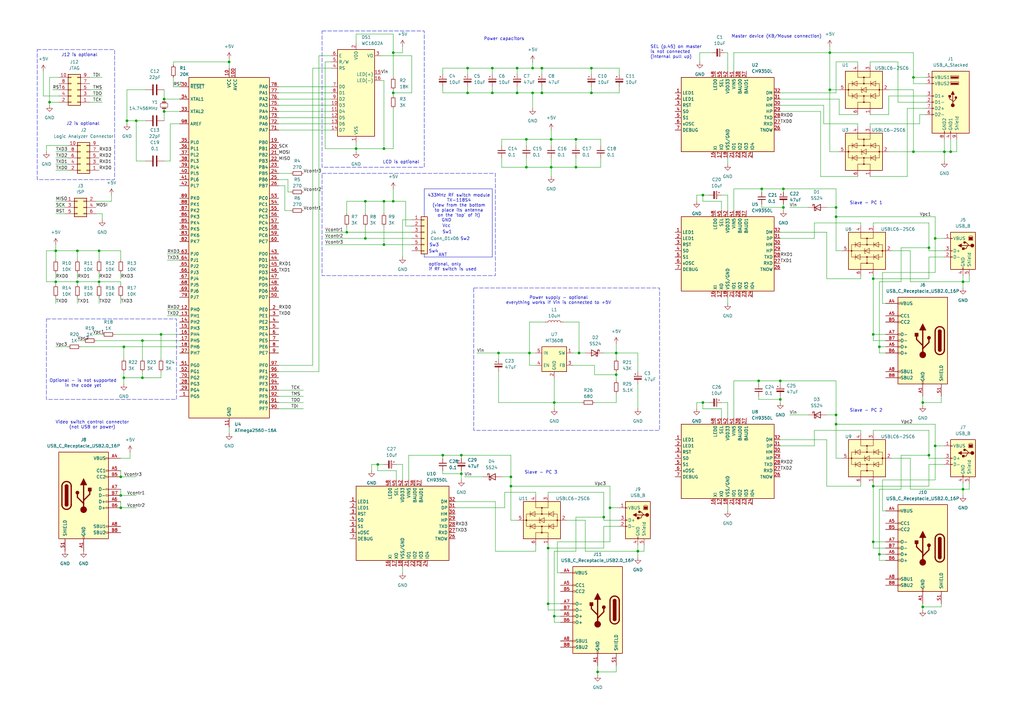
<source format=kicad_sch>
(kicad_sch (version 20231120) (generator "eeschema") (generator_version "8.0")
  (paper "A3")
  (title_block (title "KVM Switch") (rev "0.1") (company "https://github.com/serg987"))
  (junction (at 161.29 38.1))
  (junction (at 320.04 156.21))
  (junction (at 394.97 200.66))
  (junction (at 342.9 85.09))
  (junction (at 224.79 224.79))
  (junction (at 146.05 60.96))
  (junction (at 49.53 208.28))
  (junction (at 67.31 40.64))
  (junction (at 50.8 142.24))
  (junction (at 181.61 186.69))
  (junction (at 381 101.6))
  (junction (at 55.88 49.53))
  (junction (at 58.42 139.7))
  (junction (at 321.31 77.47))
  (junction (at 157.48 100.33))
  (junction (at 358.14 199.39))
  (junction (at 227.33 165.1))
  (junction (at 250.19 208.28))
  (junction (at 226.06 68.58))
  (junction (at 66.04 137.16))
  (junction (at 340.36 36.83))
  (junction (at 236.22 57.15))
  (junction (at 342.9 170.18))
  (junction (at 191.77 27.94))
  (junction (at 224.79 247.65))
  (junction (at 215.9 57.15))
  (junction (at 161.29 82.55))
  (junction (at 157.48 82.55))
  (junction (at 236.22 68.58))
  (junction (at 227.33 252.73))
  (junction (at 383.54 97.79))
  (junction (at 321.31 85.09))
  (junction (at 22.86 102.87))
  (junction (at 218.44 38.1))
  (junction (at 360.68 142.24))
  (junction (at 209.55 195.58))
  (junction (at 242.57 38.1))
  (junction (at 340.36 21.59))
  (junction (at 261.62 226.06))
  (junction (at 49.53 203.2))
  (junction (at 378.46 248.92))
  (junction (at 247.65 212.09))
  (junction (at 222.25 38.1))
  (junction (at 360.68 227.33))
  (junction (at 149.86 97.79))
  (junction (at 22.86 115.57))
  (junction (at 201.93 38.1))
  (junction (at 189.23 194.31))
  (junction (at 252.73 144.78))
  (junction (at 245.11 275.59))
  (junction (at 312.42 77.47))
  (junction (at 226.06 57.15))
  (junction (at 209.55 199.39))
  (junction (at 20.32 41.91))
  (junction (at 342.9 88.9))
  (junction (at 157.48 60.96))
  (junction (at 242.57 27.94))
  (junction (at 358.14 222.25))
  (junction (at 49.53 195.58))
  (junction (at 222.25 27.94))
  (junction (at 378.46 165.1))
  (junction (at 204.47 144.78))
  (junction (at 58.42 154.94))
  (junction (at 67.31 45.72))
  (junction (at 217.17 144.78))
  (junction (at 31.75 115.57))
  (junction (at 40.64 102.87))
  (junction (at 381 186.69))
  (junction (at 201.93 27.94))
  (junction (at 320.04 163.83))
  (junction (at 218.44 27.94))
  (junction (at 288.29 165.1))
  (junction (at 389.89 62.23))
  (junction (at 387.35 62.23))
  (junction (at 149.86 82.55))
  (junction (at 374.65 62.23))
  (junction (at 342.9 173.99))
  (junction (at 383.54 182.88))
  (junction (at 215.9 68.58))
  (junction (at 358.14 137.16))
  (junction (at 212.09 38.1))
  (junction (at 31.75 102.87))
  (junction (at 93.98 25.4))
  (junction (at 189.23 186.69))
  (junction (at 50.8 154.94))
  (junction (at 358.14 114.3))
  (junction (at 288.29 80.01))
  (junction (at 191.77 38.1))
  (junction (at 374.65 31.75))
  (junction (at 142.24 95.25))
  (junction (at 161.29 21.59))
  (junction (at 40.64 115.57))
  (junction (at 154.94 190.5))
  (junction (at 212.09 27.94))
  (junction (at 52.07 49.53))
  (junction (at 394.97 115.57))
  (junction (at 237.49 144.78))
  (junction (at 252.73 153.67))
  (junction (at 311.15 156.21))
  (wire (pts (xy 168.91 92.71) (xy 166.37 92.71)))
  (wire (pts (xy 339.09 114.3) (xy 353.06 114.3)))
  (wire (pts (xy 168.91 90.17) (xy 165.1 90.17)))
  (wire (pts (xy 358.14 176.53) (xy 358.14 177.8)))
  (wire (pts (xy 49.53 124.46) (xy 49.53 121.92)))
  (wire (pts (xy 205.74 68.58) (xy 215.9 68.58)))
  (wire (pts (xy 190.5 195.58) (xy 198.12 195.58)))
  (wire (pts (xy 215.9 57.15) (xy 215.9 59.69)))
  (wire (pts (xy 234.95 149.86) (xy 243.84 149.86)))
  (wire (pts (xy 226.06 68.58) (xy 236.22 68.58)))
  (wire (pts (xy 339.09 95.25) (xy 339.09 114.3)))
  (wire (pts (xy 381 187.96) (xy 381 186.69)))
  (wire (pts (xy 218.44 38.1) (xy 222.25 38.1)))
  (wire (pts (xy 247.65 144.78) (xy 252.73 144.78)))
  (wire (pts (xy 311.15 162.56) (xy 311.15 163.83)))
  (wire (pts (xy 31.75 115.57) (xy 31.75 116.84)))
  (polyline (pts (xy 201.93 77.47) (xy 173.99 77.47)))
  (polyline (pts (xy 173.99 77.47) (xy 173.99 88.9)))
  (polyline (pts (xy 173.99 105.41) (xy 201.93 105.41)))
  (wire (pts (xy 224.79 223.52) (xy 224.79 224.79)))
  (wire (pts (xy 386.08 247.65) (xy 386.08 248.92)))
  (wire (pts (xy 237.49 144.78) (xy 237.49 132.08)))
  (wire (pts (xy 339.09 199.39) (xy 353.06 199.39)))
  (wire (pts (xy 342.9 173.99) (xy 342.9 187.96)))
  (polyline (pts (xy 201.93 105.41) (xy 201.93 77.47)))
  (wire (pts (xy 152.4 193.04) (xy 152.4 190.5)))
  (wire (pts (xy 67.31 40.64) (xy 73.66 40.64)))
  (wire (pts (xy 372.11 72.39) (xy 356.87 72.39)))
  (wire (pts (xy 383.54 97.79) (xy 383.54 88.9)))
  (wire (pts (xy 93.98 25.4) (xy 93.98 27.94)))
  (wire (pts (xy 339.09 170.18) (xy 342.9 170.18)))
  (wire (pts (xy 142.24 82.55) (xy 149.86 82.55)))
  (wire (pts (xy 142.24 92.71) (xy 142.24 95.25)))
  (wire (pts (xy 358.14 139.7) (xy 358.14 137.16)))
  (wire (pts (xy 114.3 73.66) (xy 118.11 73.66)))
  (wire (pts (xy 31.75 139.7) (xy 34.29 139.7)))
  (wire (pts (xy 165.1 21.59) (xy 165.1 19.05)))
  (wire (pts (xy 247.65 201.93) (xy 224.79 201.93)))
  (wire (pts (xy 146.05 17.78) (xy 146.05 13.97)))
  (wire (pts (xy 205.74 59.69) (xy 205.74 57.15)))
  (wire (pts (xy 167.64 186.69) (xy 181.61 186.69)))
  (wire (pts (xy 334.01 97.79) (xy 320.04 97.79)))
  (wire (pts (xy 356.87 50.8) (xy 377.19 50.8)))
  (wire (pts (xy 387.35 57.15) (xy 387.35 62.23)))
  (wire (pts (xy 320.04 163.83) (xy 320.04 165.1)))
  (wire (pts (xy 334.01 176.53) (xy 334.01 182.88)))
  (wire (pts (xy 128.27 27.94) (xy 135.89 27.94)))
  (wire (pts (xy 383.54 182.88) (xy 387.35 182.88)))
  (wire (pts (xy 142.24 87.63) (xy 142.24 82.55)))
  (wire (pts (xy 364.49 39.37) (xy 379.73 39.37)))
  (wire (pts (xy 222.25 38.1) (xy 242.57 38.1)))
  (wire (pts (xy 218.44 25.4) (xy 218.44 27.94)))
  (wire (pts (xy 320.04 162.56) (xy 320.04 163.83)))
  (wire (pts (xy 22.86 100.33) (xy 22.86 102.87)))
  (wire (pts (xy 114.3 165.1) (xy 124.46 165.1)))
  (wire (pts (xy 226.06 53.34) (xy 226.06 57.15)))
  (wire (pts (xy 215.9 64.77) (xy 215.9 68.58)))
  (wire (pts (xy 167.64 186.69) (xy 167.64 196.85)))
  (wire (pts (xy 369.57 101.6) (xy 381 101.6)))
  (wire (pts (xy 339.09 85.09) (xy 342.9 85.09)))
  (wire (pts (xy 288.29 80.01) (xy 290.83 80.01)))
  (wire (pts (xy 228.6 234.95) (xy 228.6 222.25)))
  (wire (pts (xy 374.65 62.23) (xy 387.35 62.23)))
  (wire (pts (xy 320.04 40.64) (xy 344.17 40.64)))
  (wire (pts (xy 114.3 167.64) (xy 124.46 167.64)))
  (wire (pts (xy 39.37 82.55) (xy 45.72 82.55)))
  (wire (pts (xy 146.05 60.96) (xy 157.48 60.96)))
  (wire (pts (xy 389.89 57.15) (xy 389.89 62.23)))
  (wire (pts (xy 374.65 21.59) (xy 340.36 21.59)))
  (wire (pts (xy 229.87 255.27) (xy 227.33 255.27)))
  (wire (pts (xy 288.29 165.1) (xy 290.83 165.1)))
  (wire (pts (xy 22.86 67.31) (xy 27.94 67.31)))
  (wire (pts (xy 219.71 149.86) (xy 217.17 149.86)))
  (wire (pts (xy 39.37 139.7) (xy 58.42 139.7)))
  (wire (pts (xy 73.66 35.56) (xy 71.12 35.56)))
  (wire (pts (xy 334.01 182.88) (xy 320.04 182.88)))
  (wire (pts (xy 353.06 177.8) (xy 353.06 176.53)))
  (wire (pts (xy 358.14 222.25) (xy 363.22 222.25)))
  (wire (pts (xy 114.3 45.72) (xy 135.89 45.72)))
  (wire (pts (xy 31.75 124.46) (xy 31.75 121.92)))
  (wire (pts (xy 340.36 21.59) (xy 340.36 36.83)))
  (wire (pts (xy 381 101.6) (xy 381 91.44)))
  (wire (pts (xy 369.57 186.69) (xy 381 186.69)))
  (wire (pts (xy 246.38 57.15) (xy 246.38 59.69)))
  (wire (pts (xy 27.94 59.69) (xy 19.05 59.69)))
  (wire (pts (xy 312.42 83.82) (xy 312.42 85.09)))
  (wire (pts (xy 353.06 113.03) (xy 353.06 114.3)))
  (wire (pts (xy 203.2 226.06) (xy 219.71 226.06)))
  (wire (pts (xy 201.93 35.56) (xy 201.93 38.1)))
  (wire (pts (xy 320.04 156.21) (xy 342.9 156.21)))
  (wire (pts (xy 165.1 90.17) (xy 165.1 105.41)))
  (wire (pts (xy 397.51 198.12) (xy 397.51 200.66)))
  (wire (pts (xy 342.9 38.1) (xy 342.9 25.4)))
  (wire (pts (xy 53.34 187.96) (xy 53.34 185.42)))
  (wire (pts (xy 323.85 85.09) (xy 331.47 85.09)))
  (wire (pts (xy 364.49 46.99) (xy 356.87 46.99)))
  (wire (pts (xy 236.22 64.77) (xy 236.22 68.58)))
  (wire (pts (xy 361.95 209.55) (xy 361.95 196.85)))
  (wire (pts (xy 22.86 85.09) (xy 26.67 85.09)))
  (wire (pts (xy 223.52 132.08) (xy 217.17 132.08)))
  (wire (pts (xy 135.89 25.4) (xy 133.35 25.4)))
  (wire (pts (xy 394.97 113.03) (xy 394.97 115.57)))
  (wire (pts (xy 342.9 85.09) (xy 342.9 88.9)))
  (wire (pts (xy 146.05 13.97) (xy 161.29 13.97)))
  (wire (pts (xy 340.36 62.23) (xy 340.36 36.83)))
  (wire (pts (xy 50.8 154.94) (xy 50.8 157.48)))
  (wire (pts (xy 133.35 95.25) (xy 142.24 95.25)))
  (wire (pts (xy 22.86 64.77) (xy 27.94 64.77)))
  (wire (pts (xy 133.35 97.79) (xy 149.86 97.79)))
  (wire (pts (xy 320.04 180.34) (xy 339.09 180.34)))
  (wire (pts (xy 19.05 102.87) (xy 22.86 102.87)))
  (wire (pts (xy 181.61 186.69) (xy 189.23 186.69)))
  (wire (pts (xy 374.65 36.83) (xy 374.65 62.23)))
  (wire (pts (xy 242.57 27.94) (xy 254 27.94)))
  (wire (pts (xy 285.75 165.1) (xy 288.29 165.1)))
  (wire (pts (xy 261.62 144.78) (xy 252.73 144.78)))
  (wire (pts (xy 181.61 38.1) (xy 191.77 38.1)))
  (wire (pts (xy 71.12 35.56) (xy 71.12 31.75)))
  (wire (pts (xy 365.76 187.96) (xy 373.38 187.96)))
  (wire (pts (xy 130.81 22.86) (xy 135.89 22.86)))
  (wire (pts (xy 311.15 156.21) (xy 311.15 157.48)))
  (wire (pts (xy 236.22 212.09) (xy 247.65 212.09)))
  (wire (pts (xy 22.86 62.23) (xy 27.94 62.23)))
  (wire (pts (xy 161.29 77.47) (xy 161.29 82.55)))
  (wire (pts (xy 342.9 77.47) (xy 342.9 85.09)))
  (wire (pts (xy 189.23 194.31) (xy 189.23 196.85)))
  (wire (pts (xy 161.29 44.45) (xy 161.29 60.96)))
  (wire (pts (xy 387.35 190.5) (xy 381 190.5)))
  (wire (pts (xy 373.38 115.57) (xy 373.38 102.87)))
  (wire (pts (xy 321.31 83.82) (xy 321.31 85.09)))
  (wire (pts (xy 154.94 190.5) (xy 154.94 193.04)))
  (wire (pts (xy 66.04 152.4) (xy 66.04 154.94)))
  (wire (pts (xy 300.99 77.47) (xy 300.99 86.36)))
  (wire (pts (xy 236.22 226.06) (xy 236.22 212.09)))
  (wire (pts (xy 243.84 165.1) (xy 252.73 165.1)))
  (wire (pts (xy 191.77 35.56) (xy 191.77 38.1)))
  (wire (pts (xy 360.68 227.33) (xy 360.68 200.66)))
  (wire (pts (xy 261.62 223.52) (xy 261.62 226.06)))
  (wire (pts (xy 20.32 41.91) (xy 20.32 43.18)))
  (wire (pts (xy 212.09 38.1) (xy 218.44 38.1)))
  (wire (pts (xy 168.91 38.1) (xy 168.91 22.86)))
  (wire (pts (xy 19.05 59.69) (xy 19.05 62.23)))
  (wire (pts (xy 142.24 95.25) (xy 168.91 95.25)))
  (wire (pts (xy 360.68 144.78) (xy 360.68 142.24)))
  (wire (pts (xy 73.66 50.8) (xy 69.85 50.8)))
  (wire (pts (xy 379.73 44.45) (xy 372.11 44.45)))
  (wire (pts (xy 133.35 25.4) (xy 133.35 60.96)))
  (wire (pts (xy 321.31 77.47) (xy 321.31 78.74)))
  (wire (pts (xy 298.45 207.01) (xy 298.45 209.55)))
  (wire (pts (xy 287.02 21.59) (xy 287.02 25.4)))
  (wire (pts (xy 252.73 152.4) (xy 252.73 153.67)))
  (wire (pts (xy 161.29 13.97) (xy 161.29 21.59)))
  (wire (pts (xy 22.86 142.24) (xy 27.94 142.24)))
  (wire (pts (xy 236.22 57.15) (xy 236.22 59.69)))
  (wire (pts (xy 161.29 38.1) (xy 161.29 39.37)))
  (wire (pts (xy 381 91.44) (xy 358.14 91.44)))
  (wire (pts (xy 387.35 187.96) (xy 381 187.96)))
  (wire (pts (xy 363.22 139.7) (xy 358.14 139.7)))
  (wire (pts (xy 245.11 275.59) (xy 245.11 276.86)))
  (wire (pts (xy 392.43 62.23) (xy 389.89 62.23)))
  (wire (pts (xy 40.64 115.57) (xy 49.53 115.57)))
  (wire (pts (xy 245.11 273.05) (xy 245.11 275.59)))
  (wire (pts (xy 339.09 180.34) (xy 339.09 199.39)))
  (wire (pts (xy 383.54 196.85) (xy 383.54 182.88)))
  (wire (pts (xy 58.42 154.94) (xy 50.8 154.94)))
  (wire (pts (xy 116.84 86.36) (xy 119.38 86.36)))
  (wire (pts (xy 40.64 114.3) (xy 40.64 111.76)))
  (wire (pts (xy 397.51 113.03) (xy 397.51 115.57)))
  (wire (pts (xy 383.54 182.88) (xy 383.54 173.99)))
  (wire (pts (xy 52.07 36.83) (xy 52.07 49.53)))
  (wire (pts (xy 161.29 21.59) (xy 165.1 21.59)))
  (wire (pts (xy 17.78 39.37) (xy 17.78 29.21)))
  (wire (pts (xy 358.14 114.3) (xy 358.14 113.03)))
  (wire (pts (xy 234.95 144.78) (xy 237.49 144.78)))
  (wire (pts (xy 49.53 195.58) (xy 55.88 195.58)))
  (wire (pts (xy 168.91 22.86) (xy 156.21 22.86)))
  (wire (pts (xy 205.74 57.15) (xy 215.9 57.15)))
  (wire (pts (xy 22.86 114.3) (xy 22.86 111.76)))
  (wire (pts (xy 181.61 27.94) (xy 191.77 27.94)))
  (wire (pts (xy 218.44 38.1) (xy 218.44 44.45)))
  (wire (pts (xy 33.02 142.24) (xy 50.8 142.24)))
  (wire (pts (xy 334.01 91.44) (xy 334.01 97.79)))
  (wire (pts (xy 22.86 87.63) (xy 26.67 87.63)))
  (wire (pts (xy 22.86 115.57) (xy 22.86 116.84)))
  (wire (pts (xy 353.06 198.12) (xy 353.06 199.39)))
  (wire (pts (xy 219.71 201.93) (xy 219.71 203.2)))
  (wire (pts (xy 351.79 25.4) (xy 351.79 26.67)))
  (wire (pts (xy 40.64 124.46) (xy 40.64 121.92)))
  (wire (pts (xy 114.3 160.02) (xy 124.46 160.02)))
  (wire (pts (xy 247.65 224.79) (xy 224.79 224.79)))
  (wire (pts (xy 242.57 35.56) (xy 242.57 38.1)))
  (wire (pts (xy 295.91 86.36) (xy 295.91 82.55)))
  (wire (pts (xy 114.3 53.34) (xy 135.89 53.34)))
  (wire (pts (xy 312.42 85.09) (xy 321.31 85.09)))
  (wire (pts (xy 224.79 201.93) (xy 224.79 203.2)))
  (wire (pts (xy 312.42 77.47) (xy 312.42 78.74)))
  (wire (pts (xy 252.73 161.29) (xy 252.73 165.1)))
  (wire (pts (xy 191.77 38.1) (xy 201.93 38.1)))
  (wire (pts (xy 342.9 25.4) (xy 351.79 25.4)))
  (wire (pts (xy 298.45 165.1) (xy 298.45 171.45)))
  (wire (pts (xy 201.93 27.94) (xy 212.09 27.94)))
  (wire (pts (xy 205.74 64.77) (xy 205.74 68.58)))
  (wire (pts (xy 114.3 162.56) (xy 124.46 162.56)))
  (wire (pts (xy 342.9 156.21) (xy 342.9 170.18)))
  (wire (pts (xy 201.93 38.1) (xy 212.09 38.1)))
  (wire (pts (xy 165.1 232.41) (xy 165.1 234.95)))
  (wire (pts (xy 224.79 247.65) (xy 229.87 247.65)))
  (wire (pts (xy 295.91 171.45) (xy 295.91 167.64)))
  (wire (pts (xy 368.3 41.91) (xy 368.3 25.4)))
  (wire (pts (xy 285.75 82.55) (xy 285.75 80.01)))
  (wire (pts (xy 71.12 26.67) (xy 71.12 25.4)))
  (wire (pts (xy 378.46 165.1) (xy 386.08 165.1)))
  (wire (pts (xy 360.68 115.57) (xy 369.57 115.57)))
  (wire (pts (xy 237.49 144.78) (xy 240.03 144.78)))
  (wire (pts (xy 49.53 200.66) (xy 49.53 203.2)))
  (wire (pts (xy 31.75 102.87) (xy 22.86 102.87)))
  (wire (pts (xy 157.48 82.55) (xy 157.48 87.63)))
  (wire (pts (xy 31.75 114.3) (xy 31.75 111.76)))
  (wire (pts (xy 161.29 60.96) (xy 157.48 60.96)))
  (wire (pts (xy 247.65 215.9) (xy 247.65 224.79)))
  (wire (pts (xy 232.41 213.36) (xy 240.03 213.36)))
  (wire (pts (xy 161.29 38.1) (xy 168.91 38.1)))
  (wire (pts (xy 378.46 162.56) (xy 378.46 165.1)))
  (wire (pts (xy 161.29 21.59) (xy 161.29 31.75)))
  (wire (pts (xy 363.22 142.24) (xy 360.68 142.24)))
  (wire (pts (xy 165.1 190.5) (xy 165.1 196.85)))
  (wire (pts (xy 19.05 102.87) (xy 19.05 115.57)))
  (wire (pts (xy 67.31 45.72) (xy 73.66 45.72)))
  (wire (pts (xy 288.29 165.1) (xy 288.29 167.64)))
  (wire (pts (xy 186.69 208.28) (xy 207.01 208.28)))
  (wire (pts (xy 383.54 88.9) (xy 342.9 88.9)))
  (wire (pts (xy 36.83 36.83) (xy 41.91 36.83)))
  (wire (pts (xy 237.49 132.08) (xy 231.14 132.08)))
  (wire (pts (xy 369.57 200.66) (xy 369.57 186.69)))
  (wire (pts (xy 383.54 173.99) (xy 342.9 173.99)))
  (wire (pts (xy 298.45 64.77) (xy 298.45 67.31)))
  (wire (pts (xy 226.06 57.15) (xy 236.22 57.15)))
  (wire (pts (xy 383.54 97.79) (xy 387.35 97.79)))
  (wire (pts (xy 114.3 43.18) (xy 135.89 43.18)))
  (wire (pts (xy 191.77 27.94) (xy 191.77 30.48)))
  (wire (pts (xy 157.48 60.96) (xy 157.48 33.02)))
  (wire (pts (xy 68.58 106.68) (xy 73.66 106.68)))
  (wire (pts (xy 387.35 62.23) (xy 387.35 66.04)))
  (wire (pts (xy 59.69 66.04) (xy 55.88 66.04)))
  (wire (pts (xy 386.08 162.56) (xy 386.08 165.1)))
  (wire (pts (xy 114.3 35.56) (xy 135.89 35.56)))
  (wire (pts (xy 68.58 104.14) (xy 73.66 104.14)))
  (wire (pts (xy 20.32 41.91) (xy 24.13 41.91)))
  (wire (pts (xy 392.43 57.15) (xy 392.43 62.23)))
  (wire (pts (xy 381 186.69) (xy 381 176.53)))
  (wire (pts (xy 55.88 66.04) (xy 55.88 49.53)))
  (wire (pts (xy 379.73 41.91) (xy 368.3 41.91)))
  (wire (pts (xy 157.48 33.02) (xy 156.21 33.02)))
  (wire (pts (xy 261.62 226.06) (xy 240.03 226.06)))
  (wire (pts (xy 229.87 252.73) (xy 227.33 252.73)))
  (wire (pts (xy 55.88 49.53) (xy 59.69 49.53)))
  (wire (pts (xy 228.6 222.25) (xy 250.19 222.25)))
  (wire (pts (xy 363.22 124.46) (xy 361.95 124.46)))
  (wire (pts (xy 344.17 40.64) (xy 344.17 46.99)))
  (wire (pts (xy 67.31 66.04) (xy 69.85 66.04)))
  (wire (pts (xy 374.65 31.75) (xy 374.65 21.59)))
  (wire (pts (xy 114.3 40.64) (xy 135.89 40.64)))
  (wire (pts (xy 19.05 115.57) (xy 22.86 115.57)))
  (wire (pts (xy 222.25 27.94) (xy 242.57 27.94)))
  (wire (pts (xy 189.23 194.31) (xy 181.61 194.31)))
  (wire (pts (xy 22.86 69.85) (xy 27.94 69.85)))
  (wire (pts (xy 189.23 186.69) (xy 209.55 186.69)))
  (wire (pts (xy 215.9 57.15) (xy 226.06 57.15)))
  (wire (pts (xy 118.11 78.74) (xy 119.38 78.74)))
  (wire (pts (xy 344.17 62.23) (xy 340.36 62.23)))
  (wire (pts (xy 166.37 82.55) (xy 161.29 82.55)))
  (wire (pts (xy 162.56 196.85) (xy 162.56 193.04)))
  (wire (pts (xy 363.22 227.33) (xy 360.68 227.33)))
  (wire (pts (xy 236.22 68.58) (xy 246.38 68.58)))
  (wire (pts (xy 207.01 208.28) (xy 207.01 201.93)))
  (wire (pts (xy 247.65 212.09) (xy 247.65 201.93)))
  (wire (pts (xy 204.47 144.78) (xy 217.17 144.78)))
  (wire (pts (xy 157.48 82.55) (xy 161.29 82.55)))
  (wire (pts (xy 379.73 46.99) (xy 377.19 46.99)))
  (wire (pts (xy 351.79 52.07) (xy 351.79 50.8)))
  (wire (pts (xy 320.04 156.21) (xy 320.04 157.48)))
  (wire (pts (xy 38.1 137.16) (xy 41.91 137.16)))
  (wire (pts (xy 245.11 275.59) (xy 252.73 275.59)))
  (wire (pts (xy 68.58 129.54) (xy 73.66 129.54)))
  (wire (pts (xy 69.85 50.8) (xy 69.85 66.04)))
  (wire (pts (xy 298.45 21.59) (xy 298.45 29.21)))
  (wire (pts (xy 215.9 68.58) (xy 226.06 68.58)))
  (wire (pts (xy 247.65 213.36) (xy 247.65 212.09)))
  (wire (pts (xy 381 176.53) (xy 358.14 176.53)))
  (wire (pts (xy 219.71 226.06) (xy 219.71 223.52)))
  (wire (pts (xy 379.73 31.75) (xy 374.65 31.75)))
  (wire (pts (xy 191.77 27.94) (xy 201.93 27.94)))
  (wire (pts (xy 149.86 97.79) (xy 168.91 97.79)))
  (wire (pts (xy 201.93 27.94) (xy 201.93 30.48)))
  (wire (pts (xy 285.75 167.64) (xy 285.75 165.1)))
  (wire (pts (xy 243.84 153.67) (xy 252.73 153.67)))
  (wire (pts (xy 36.83 31.75) (xy 41.91 31.75)))
  (wire (pts (xy 342.9 88.9) (xy 342.9 102.87)))
  (wire (pts (xy 133.35 100.33) (xy 157.48 100.33)))
  (wire (pts (xy 394.97 115.57) (xy 373.38 115.57)))
  (wire (pts (xy 369.57 115.57) (xy 369.57 101.6)))
  (wire (pts (xy 298.45 80.01) (xy 298.45 86.36)))
  (wire (pts (xy 254 38.1) (xy 254 35.56)))
  (wire (pts (xy 358.14 199.39) (xy 358.14 198.12)))
  (wire (pts (xy 394.97 200.66) (xy 373.38 200.66)))
  (wire (pts (xy 149.86 82.55) (xy 149.86 87.63)))
  (wire (pts (xy 361.95 124.46) (xy 361.95 111.76)))
  (wire (pts (xy 207.01 201.93) (xy 219.71 201.93)))
  (wire (pts (xy 49.53 106.68) (xy 49.53 102.87)))
  (wire (pts (xy 21.59 36.83) (xy 24.13 36.83)))
  (wire (pts (xy 252.73 144.78) (xy 252.73 147.32)))
  (wire (pts (xy 217.17 132.08) (xy 217.17 144.78)))
  (wire (pts (xy 252.73 273.05) (xy 252.73 275.59)))
  (wire (pts (xy 383.54 111.76) (xy 383.54 97.79)))
  (wire (pts (xy 166.37 92.71) (xy 166.37 82.55)))
  (wire (pts (xy 222.25 27.94) (xy 222.25 30.48)))
  (wire (pts (xy 360.68 142.24) (xy 360.68 115.57)))
  (wire (pts (xy 226.06 57.15) (xy 226.06 59.69)))
  (wire (pts (xy 181.61 27.94) (xy 181.61 30.48)))
  (wire (pts (xy 378.46 248.92) (xy 386.08 248.92)))
  (wire (pts (xy 295.91 167.64) (xy 288.29 167.64)))
  (wire (pts (xy 49.53 115.57) (xy 49.53 116.84)))
  (wire (pts (xy 356.87 25.4) (xy 356.87 26.67)))
  (wire (pts (xy 373.38 200.66) (xy 373.38 187.96)))
  (wire (pts (xy 394.97 198.12) (xy 394.97 200.66)))
  (wire (pts (xy 298.45 121.92) (xy 298.45 124.46)))
  (wire (pts (xy 364.49 39.37) (xy 364.49 46.99)))
  (wire (pts (xy 372.11 44.45) (xy 372.11 72.39)))
  (wire (pts (xy 209.55 199.39) (xy 209.55 213.36)))
  (wire (pts (xy 320.04 38.1) (xy 342.9 38.1)))
  (wire (pts (xy 360.68 229.87) (xy 360.68 227.33)))
  (wire (pts (xy 394.97 200.66) (xy 394.97 203.2)))
  (wire (pts (xy 68.58 127) (xy 73.66 127)))
  (wire (pts (xy 217.17 144.78) (xy 219.71 144.78)))
  (polyline (pts (xy 173.99 104.14) (xy 173.99 105.41)))
  (wire (pts (xy 66.04 154.94) (xy 58.42 154.94)))
  (wire (pts (xy 374.65 62.23) (xy 364.49 62.23)))
  (wire (pts (xy 157.48 92.71) (xy 157.48 100.33)))
  (wire (pts (xy 321.31 77.47) (xy 342.9 77.47)))
  (wire (pts (xy 39.37 87.63) (xy 41.91 87.63)))
  (wire (pts (xy 242.57 27.94) (xy 242.57 30.48)))
  (wire (pts (xy 227.33 252.73) (xy 227.33 226.06)))
  (wire (pts (xy 323.85 170.18) (xy 331.47 170.18)))
  (wire (pts (xy 336.55 45.72) (xy 320.04 45.72)))
  (wire (pts (xy 146.05 58.42) (xy 146.05 60.96)))
  (wire (pts (xy 189.23 186.69) (xy 189.23 187.96)))
  (wire (pts (xy 189.23 193.04) (xy 189.23 194.31)))
  (wire (pts (xy 157.48 100.33) (xy 168.91 100.33)))
  (wire (pts (xy 381 190.5) (xy 381 199.39)))
  (wire (pts (xy 58.42 152.4) (xy 58.42 154.94)))
  (wire (pts (xy 261.62 152.4) (xy 261.62 144.78)))
  (wire (pts (xy 242.57 38.1) (xy 254 38.1)))
  (wire (pts (xy 40.64 115.57) (xy 40.64 116.84)))
  (wire (pts (xy 288.29 80.01) (xy 288.29 82.55)))
  (wire (pts (xy 300.99 156.21) (xy 311.15 156.21)))
  (wire (pts (xy 368.3 25.4) (xy 356.87 25.4)))
  (wire (pts (xy 394.97 115.57) (xy 394.97 118.11)))
  (wire (pts (xy 45.72 82.55) (xy 45.72 80.01)))
  (wire (pts (xy 254 27.94) (xy 254 30.48)))
  (wire (pts (xy 387.35 105.41) (xy 381 105.41)))
  (wire (pts (xy 358.14 137.16) (xy 363.22 137.16)))
  (wire (pts (xy 205.74 195.58) (xy 209.55 195.58)))
  (wire (pts (xy 154.94 190.5) (xy 157.48 190.5)))
  (wire (pts (xy 130.81 152.4) (xy 130.81 22.86)))
  (wire (pts (xy 93.98 24.13) (xy 93.98 25.4)))
  (wire (pts (xy 300.99 77.47) (xy 312.42 77.47)))
  (wire (pts (xy 114.3 152.4) (xy 130.81 152.4)))
  (wire (pts (xy 250.19 208.28) (xy 254 208.28)))
  (wire (pts (xy 342.9 187.96) (xy 345.44 187.96)))
  (wire (pts (xy 365.76 102.87) (xy 373.38 102.87)))
  (wire (pts (xy 49.53 193.04) (xy 49.53 195.58)))
  (wire (pts (xy 31.75 115.57) (xy 40.64 115.57)))
  (wire (pts (xy 321.31 85.09) (xy 321.31 86.36)))
  (wire (pts (xy 114.3 38.1) (xy 135.89 38.1)))
  (wire (pts (xy 254 213.36) (xy 247.65 213.36)))
  (wire (pts (xy 378.46 247.65) (xy 378.46 248.92)))
  (wire (pts (xy 67.31 36.83) (xy 67.31 40.64)))
  (wire (pts (xy 377.19 50.8) (xy 377.19 46.99)))
  (wire (pts (xy 58.42 139.7) (xy 73.66 139.7)))
  (wire (pts (xy 361.95 111.76) (xy 383.54 111.76)))
  (wire (pts (xy 49.53 208.28) (xy 55.88 208.28)))
  (wire (pts (xy 295.91 80.01) (xy 298.45 80.01)))
  (wire (pts (xy 378.46 250.19) (xy 378.46 248.92)))
  (wire (pts (xy 295.91 165.1) (xy 298.45 165.1)))
  (wire (pts (xy 320.04 95.25) (xy 339.09 95.25)))
  (wire (pts (xy 397.51 115.57) (xy 394.97 115.57)))
  (wire (pts (xy 250.19 199.39) (xy 209.55 199.39)))
  (wire (pts (xy 292.1 21.59) (xy 287.02 21.59)))
  (wire (pts (xy 22.86 124.46) (xy 22.86 121.92)))
  (wire (pts (xy 358.14 224.79) (xy 358.14 222.25)))
  (wire (pts (xy 243.84 149.86) (xy 243.84 153.67)))
  (wire (pts (xy 379.73 34.29) (xy 374.65 34.29)))
  (wire (pts (xy 149.86 92.71) (xy 149.86 97.79)))
  (wire (pts (xy 264.16 223.52) (xy 264.16 226.06)))
  (wire (pts (xy 162.56 193.04) (xy 154.94 193.04)))
  (wire (pts (xy 49.53 203.2) (xy 55.88 203.2)))
  (wire (pts (xy 236.22 57.15) (xy 246.38 57.15)))
  (wire (pts (xy 22.86 115.57) (xy 31.75 115.57)))
  (wire (pts (xy 227.33 165.1) (xy 238.76 165.1)))
  (wire (pts (xy 22.86 102.87) (xy 22.86 106.68)))
  (wire (pts (xy 224.79 224.79) (xy 224.79 247.65)))
  (wire (pts (xy 226.06 64.77) (xy 226.06 68.58)))
  (wire (pts (xy 227.33 255.27) (xy 227.33 252.73)))
  (wire (pts (xy 320.04 43.18) (xy 337.82 43.18)))
  (wire (pts (xy 254 215.9) (xy 247.65 215.9)))
  (wire (pts (xy 186.69 205.74) (xy 203.2 205.74)))
  (wire (pts (xy 358.14 91.44) (xy 358.14 92.71)))
  (wire (pts (xy 342.9 170.18) (xy 342.9 173.99)))
  (wire (pts (xy 250.19 222.25) (xy 250.19 208.28)))
  (wire (pts (xy 204.47 144.78) (xy 204.47 147.32)))
  (wire (pts (xy 378.46 165.1) (xy 378.46 166.37)))
  (wire (pts (xy 162.56 190.5) (xy 165.1 190.5)))
  (wire (pts (xy 50.8 142.24) (xy 50.8 147.32)))
  (wire (pts (xy 311.15 156.21) (xy 320.04 156.21)))
  (wire (pts (xy 71.12 25.4) (xy 93.98 25.4)))
  (wire (pts (xy 252.73 140.97) (xy 252.73 144.78)))
  (wire (pts (xy 227.33 226.06) (xy 236.22 226.06)))
  (wire (pts (xy 381 199.39) (xy 358.14 199.39)))
  (wire (pts (xy 135.89 50.8) (xy 114.3 50.8)))
  (wire (pts (xy 363.22 209.55) (xy 361.95 209.55)))
  (wire (pts (xy 52.07 49.53) (xy 55.88 49.53)))
  (wire (pts (xy 204.47 165.1) (xy 227.33 165.1)))
  (wire (pts (xy 361.95 196.85) (xy 383.54 196.85)))
  (wire (pts (xy 20.32 31.75) (xy 20.32 41.91)))
  (wire (pts (xy 363.22 224.79) (xy 358.14 224.79)))
  (wire (pts (xy 114.3 76.2) (xy 116.84 76.2)))
  (wire (pts (xy 40.64 102.87) (xy 40.64 106.68)))
  (wire (pts (xy 50.8 142.24) (xy 73.66 142.24)))
  (wire (pts (xy 353.06 92.71) (xy 353.06 91.44)))
  (wire (pts (xy 261.62 157.48) (xy 261.62 167.64)))
  (wire (pts (xy 209.55 213.36) (xy 212.09 213.36)))
  (wire (pts (xy 381 114.3) (xy 358.14 114.3)))
  (wire (pts (xy 344.17 46.99) (xy 351.79 46.99)))
  (wire (pts (xy 300.99 29.21) (xy 300.99 21.59)))
  (wire (pts (xy 24.13 31.75) (xy 20.32 31.75)))
  (wire (pts (xy 264.16 226.06) (xy 261.62 226.06)))
  (wire (pts (xy 227.33 165.1) (xy 227.33 167.64)))
  (wire (pts (xy 149.86 82.55) (xy 157.48 82.55)))
  (wire (pts (xy 229.87 234.95) (xy 228.6 234.95)))
  (wire (pts (xy 224.79 250.19) (xy 224.79 247.65)))
  (wire (pts (xy 340.36 36.83) (xy 344.17 36.83)))
  (wire (pts (xy 363.22 229.87) (xy 360.68 229.87)))
  (wire (pts (xy 240.03 226.06) (xy 240.03 213.36)))
  (wire (pts (xy 353.06 176.53) (xy 334.01 176.53)))
  (wire (pts (xy 222.25 35.56) (xy 222.25 38.1)))
  (wire (pts (xy 363.22 144.78) (xy 360.68 144.78)))
  (wire (pts (xy 360.68 200.66) (xy 369.57 200.66)))
  (wire (pts (xy 114.3 149.86) (xy 128.27 149.86)))
  (wire (pts (xy 387.35 102.87) (xy 381 102.87)))
  (wire (pts (xy 312.42 77.47) (xy 321.31 77.47)))
  (wire (pts (xy 66.04 137.16) (xy 73.66 137.16)))
  (wire (pts (xy 212.09 27.94) (xy 212.09 30.48)))
  (wire (pts (xy 342.9 102.87) (xy 345.44 102.87)))
  (wire (pts (xy 285.75 80.01) (xy 288.29 80.01)))
  (wire (pts (xy 353.06 91.44) (xy 334.01 91.44)))
  (wire (pts (xy 31.75 102.87) (xy 31.75 106.68)))
  (wire (pts (xy 146.05 60.96) (xy 146.05 62.23)))
  (wire (pts (xy 114.3 48.26) (xy 135.89 48.26)))
  (wire (pts (xy 300.99 156.21) (xy 300.99 171.45)))
  (wire (pts (xy 67.31 45.72) (xy 67.31 49.53)))
  (wire (pts (xy 161.29 36.83) (xy 161.29 38.1)))
  (wire (pts (xy 336.55 72.39) (xy 351.79 72.39)))
  (wire (pts (xy 50.8 152.4) (xy 50.8 154.94)))
  (wire (pts (xy 336.55 45.72) (xy 336.55 72.39)))
  (wire (pts (xy 58.42 139.7) (xy 58.42 147.32)))
  (wire (pts (xy 250.19 208.28) (xy 250.19 199.39)))
  (wire (pts (xy 22.86 82.55) (xy 26.67 82.55)))
  (wire (pts (xy 24.13 39.37) (xy 17.78 39.37)))
  (wire (pts (xy 337.82 43.18) (xy 337.82 50.8)))
  (wire (pts (xy 337.82 50.8) (xy 351.79 50.8)))
  (wire (pts (xy 217.17 149.86) (xy 217.17 144.78)))
  (wire (pts (xy 49.53 187.96) (xy 53.34 187.96)))
  (wire (pts (xy 195.58 144.78) (xy 204.47 144.78)))
  (wire (pts (xy 358.14 114.3) (xy 358.14 137.16)))
  (wire (pts (xy 209.55 195.58) (xy 209.55 199.39)))
  (wire (pts (xy 181.61 35.56) (xy 181.61 38.1)))
  (wire (pts (xy 261.62 226.06) (xy 261.62 228.6)))
  (wire (pts (xy 181.61 194.31) (xy 181.61 193.04)))
  (wire (pts (xy 212.09 27.94) (xy 218.44 27.94)))
  (wire (pts (xy 59.69 36.83) (xy 52.07 36.83)))
  (wire (pts (xy 133.35 60.96) (xy 146.05 60.96)))
  (wire (pts (xy 152.4 190.5) (xy 154.94 190.5)))
  (wire (pts (xy 300.99 21.59) (xy 340.36 21.59)))
  (wire (pts (xy 114.3 71.12) (xy 119.38 71.12)))
  (wire (pts (xy 227.33 154.94) (xy 227.33 165.1)))
  (wire (pts (xy 218.44 27.94) (xy 222.25 27.94)))
  (wire (pts (xy 49.53 205.74) (xy 49.53 208.28)))
  (wire (pts (xy 93.98 175.26) (xy 93.98 177.8)))
  (wire (pts (xy 381 102.87) (xy 381 101.6)))
  (wire (pts (xy 118.11 73.66) (xy 118.11 78.74)))
  (wire (pts (xy 209.55 186.69) (xy 209.55 195.58)))
  (wire (pts (xy 226.06 68.58) (xy 226.06 72.39)))
  (wire (pts (xy 66.04 137.16) (xy 66.04 147.32)))
  (wire (pts (xy 252.73 153.67) (xy 252.73 156.21)))
  (wire (pts (xy 229.87 250.19) (xy 224.79 250.19)))
  (wire (pts (xy 311.15 163.83) (xy 320.04 163.83)))
  (wire (pts (xy 387.35 62.23) (xy 389.89 62.23)))
  (wire (pts (xy 204.47 152.4) (xy 204.47 165.1)))
  (wire (pts (xy 297.18 21.59) (xy 298.45 21.59)))
  (wire (pts (xy 40.64 102.87) (xy 31.75 102.87)))
  (wire (pts (xy 381 105.41) (xy 381 114.3)))
  (wire (pts (xy 364.49 36.83) (xy 374.65 36.83)))
  (wire (pts (xy 181.61 186.69) (xy 181.61 187.96)))
  (wire (pts (xy 36.83 41.91) (xy 41.91 41.91)))
  (wire (pts (xy 128.27 149.86) (xy 128.27 27.94)))
  (wire (pts (xy 49.53 102.87) (xy 40.64 102.87)))
  (wire (pts (xy 36.83 39.37) (xy 41.91 39.37)))
  (wire (pts (xy 46.99 137.16) (xy 66.04 137.16)))
  (wire (pts (xy 295.91 82.55) (xy 288.29 82.55)))
  (wire (pts (xy 340.36 19.05) (xy 340.36 21.59)))
  (wire (pts (xy 49.53 114.3) (xy 49.53 111.76)))
  (wire (pts (xy 212.09 35.56) (xy 212.09 38.1)))
  (wire (pts (xy 246.38 64.77) (xy 246.38 68.58)))
  (wire (pts (xy 41.91 87.63) (xy 41.91 90.17)))
  (wire (pts (xy 203.2 205.74) (xy 203.2 226.06)))
  (wire (pts (xy 356.87 52.07) (xy 356.87 50.8)))
  (wire (pts (xy 397.51 200.66) (xy 394.97 200.66)))
  (wire (pts (xy 52.07 49.53) (xy 52.07 50.8)))
  (wire (pts (xy 358.14 199.39) (xy 358.14 222.25)))
  (wire (pts (xy 374.65 34.29) (xy 374.65 31.75)))
  (wire (pts (xy 116.84 76.2) (xy 116.84 86.36)))
  (rectangle (start 132.08 12.7) (end 173.99 68.58) (stroke (width 0) (type dash)))
  (rectangle (start 194.31 118.11) (end 270.51 176.53) (stroke (width 0) (type dash)))
  (rectangle (start 19.05 130.81) (end 72.39 163.83) (stroke (width 0) (type dash)))
  (rectangle (start 15.24 20.32) (end 46.99 73.66) (stroke (width 0) (type dash)))
  (rectangle (start 132.08 71.12) (end 203.2 113.03) (stroke (width 0) (type dash)))
  (text "Power supply - optional\neverything works if Vin is connected to +5V" (at 229.108 124.968 0) (effects (font (size 1.27 1.27)) (justify bottom)))
  (text "Optional - is not supported\nin the code yet" (at 34.036 159.004 0) (effects (font (size 1.27 1.27)) (justify bottom)))
  (text "Slave - PC 2" (at 348.488 169.164 0) (effects (font (size 1.27 1.27)) (justify left bottom)))
  (text "Master device (KB/Mouse connection)" (at 299.974 15.748 0) (effects (font (size 1.27 1.27)) (justify left bottom)))
  (text "Vcc" (at 183.134 92.71 0) (effects (font (size 1.27 1.27))))
  (text "Sw4" (at 177.8 103.124 0) (effects (font (size 1.27 1.27))))
  (text "433MHz RF switch module\nTX-118S4\n(view from the bottom\nto place its antenna\non the 'top' of it)" (at 188.214 84.328 0) (effects (font (size 1.27 1.27))))
  (text "ANT" (at 181.61 104.648 0) (effects (font (size 1.27 1.27))))
  (text "LCD is optional" (at 156.972 67.31 0) (effects (font (size 1.27 1.27)) (justify left bottom)))
  (text "Slave - PC 1" (at 348.488 84.074 0) (effects (font (size 1.27 1.27)) (justify left bottom)))
  (text "Sw1" (at 183.388 95.25 0) (effects (font (size 1.27 1.27))))
  (text "Sw3" (at 178.054 100.584 0) (effects (font (size 1.27 1.27))))
  (text "Sw2" (at 190.754 98.044 0) (effects (font (size 1.27 1.27))))
  (text "Power capacitors" (at 198.374 16.764 0) (effects (font (size 1.27 1.27)) (justify left bottom)))
  (text "J2 is optional" (at 27.178 51.562 0) (effects (font (size 1.27 1.27)) (justify left bottom)))
  (text "SEL (p.45) on master\nis not connected\n(internal pull up)" (at 266.7 24.13 0) (effects (font (size 1.27 1.27)) (justify left bottom)))
  (text "GND" (at 183.134 90.424 0) (effects (font (size 1.27 1.27))))
  (text "J12 is optional" (at 25.146 23.368 0) (effects (font (size 1.27 1.27)) (justify left bottom)))
  (text "Video switch control connector\n(not USB or power)" (at 37.846 176.022 0) (effects (font (size 1.27 1.27)) (justify bottom)))
  (text "Slave - PC 3" (at 215.138 194.564 0) (effects (font (size 1.27 1.27)) (justify left bottom)))
  (text "optional, only\nif RF switch is used" (at 175.768 111.252 0) (effects (font (size 1.27 1.27)) (justify left bottom)))
  (label "Vin" (at 323.85 170.18 0))
  (label "Vcontr1" (at 124.46 86.36 0))
  (label "TMS" (at 38.1 36.83 0))
  (label "Vcontr3" (at 133.35 100.33 0))
  (label "RXD0" (at 320.04 48.26 0))
  (label "RXD3" (at 49.53 114.3 0))
  (label "TDI" (at 38.1 31.75 0))
  (label "Vin" (at 323.85 85.09 0))
  (label "TXD0" (at 320.04 50.8 0))
  (label "RST" (at 22.86 87.63 0))
  (label "RXD2" (at 68.58 127 0))
  (label "TXD2" (at 22.86 64.77 0))
  (label "Vcontr2" (at 52.07 208.28 0))
  (label "SCK" (at 114.3 60.96 0))
  (label "RXD3" (at 186.69 215.9 0))
  (label "Vpc3" (at 243.84 199.39 0))
  (label "RXD3" (at 40.64 62.23 0))
  (label "TMS" (at 119.38 162.56 0))
  (label "Vcontr1" (at 133.35 95.25 0))
  (label "Vpc2" (at 31.75 139.7 0))
  (label "Vpc1" (at 377.19 88.9 0))
  (label "TXD2" (at 40.64 124.46 0))
  (label "RXD1" (at 31.75 114.3 0))
  (label "TXD2" (at 320.04 193.04 0))
  (label "TXD1" (at 22.86 67.31 0))
  (label "TDO" (at 38.1 39.37 0))
  (label "TXD3" (at 186.69 218.44 0))
  (label "Vin" (at 190.5 195.58 0))
  (label "SCK" (at 22.86 85.09 0))
  (label "RXD0" (at 22.86 114.3 0))
  (label "Vin" (at 156.21 30.48 0))
  (label "TDO" (at 119.38 165.1 0))
  (label "RXD0" (at 114.3 127 0))
  (label "TXD2" (at 68.58 129.54 0))
  (label "RXD1" (at 320.04 105.41 0))
  (label "Vcontr2" (at 133.35 97.79 0))
  (label "RXD2" (at 40.64 114.3 0))
  (label "MISO" (at 114.3 66.04 0))
  (label "MISO" (at 22.86 82.55 0))
  (label "MOSI" (at 114.3 63.5 0))
  (label "Vpc2" (at 369.57 173.99 0))
  (label "RXD0" (at 40.64 69.85 0))
  (label "RXD1" (at 114.3 109.22 0))
  (label "RST" (at 71.12 35.56 0))
  (label "Vcontr1" (at 52.07 203.2 0))
  (label "Vcontr2" (at 124.46 78.74 0))
  (label "Vcontr3" (at 124.46 71.12 0))
  (label "TCK" (at 38.1 41.91 0))
  (label "TXD1" (at 114.3 111.76 0))
  (label "TXD3" (at 22.86 62.23 0))
  (label "RXD2" (at 320.04 190.5 0))
  (label "Vpc3" (at 22.86 142.24 0))
  (label "TDI" (at 119.38 167.64 0))
  (label "Vcontr3" (at 50.8 195.58 0))
  (label "TXD0" (at 22.86 69.85 0))
  (label "TCK" (at 119.38 160.02 0))
  (label "TXD0" (at 22.86 124.46 0))
  (label "RXD2" (at 40.64 64.77 0))
  (label "Vpc1" (at 38.1 137.16 0))
  (label "TXD3" (at 49.53 124.46 0))
  (label "TXD0" (at 114.3 129.54 0))
  (label "RXD3" (at 68.58 104.14 0))
  (label "TXD1" (at 31.75 124.46 0))
  (label "Vin" (at 195.58 144.78 0))
  (label "TXD3" (at 68.58 106.68 0))
  (label "RST" (at 21.59 36.83 0))
  (label "RXD1" (at 40.64 67.31 0))
  (label "TXD1" (at 320.04 107.95 0))
  (label "MOSI" (at 39.37 85.09 0))
  (symbol (lib_id "Device:R_Small") (at 49.53 119.38 0) (unit 1)
    (property "Reference" "R17" (at 52.07 118.11 0) (effects (justify left)))
    (property "Value" "10K" (at 52.07 120.65 0) (effects (justify left)))
    (property "Footprint" "Resistor_SMD:R_1206_3216Metric_Pad1.30x1.75mm_HandSolder" (effects (hide yes)))
  )
  (symbol (lib_name "+5V_1") (lib_id "power:+5V") (at 226.06 53.34 0) (unit 1)
    (property "Reference" "#PWR09" (effects (hide yes)))
    (property "Value" "+5V" (at 226.06 48.26 0))
    (property "Description" "Power symbol creates a global label with name \"+5V\"" (effects (hide yes)))
  )
  (symbol (lib_id "Display_Character:WC1602A") (at 146.05 38.1 0) (unit 1)
    (property "Reference" "DS1" (at 148.2441 15.24 0) (effects (justify left)))
    (property "Value" "WC1602A" (at 148.2441 17.78 0) (effects (justify left)))
    (property "Footprint" "Display:WC1602A" (effects (hide yes)))
    (property "Datasheet" "http://www.wincomlcd.com/pdf/WC1602A-SFYLYHTC06.pdf" (effects (hide yes)))
  )
  (symbol (lib_id "Device:C") (at 63.5 66.04 90) (unit 1)
    (property "Reference" "C19" (at 63.5 58.42 90))
    (property "Value" "0.1" (at 63.5 60.96 90))
    (property "Footprint" "Capacitor_SMD:C_1206_3216Metric_Pad1.33x1.80mm_HandSolder" (effects (hide yes)))
  )
  (symbol (lib_name "+5V_1") (lib_id "power:+5V") (at 161.29 77.47 0) (unit 1)
    (property "Reference" "#PWR015" (effects (hide yes)))
    (property "Value" "+5V" (at 161.29 72.39 0))
    (property "Description" "Power symbol creates a global label with name \"+5V\"" (effects (hide yes)))
  )
  (symbol (lib_id "Diode:SS24") (at 243.84 144.78 0) (mirror y) (unit 1)
    (property "Reference" "D2" (at 244.1575 138.43 0))
    (property "Value" "SS24" (at 244.1575 140.97 0))
    (property "Footprint" "Diode_SMD:D_SMA_Handsoldering" (effects (hide yes)))
    (property "Datasheet" "https://www.vishay.com/docs/88748/ss22.pdf" (effects (hide yes)))
    (property "Description" "40V 2A Schottky Diode, SMA" (effects (hide yes)))
  )
  (symbol (lib_id "Connector:USB_B") (at 394.97 102.87 0) (mirror y) (unit 1)
    (property "Reference" "J5" (at 394.97 90.17 0))
    (property "Value" "USB_B" (at 394.97 92.71 0))
    (property "Footprint" "Connector_USB:USB_B_OST_USB-B1HSxx_Horizontal" (effects (hide yes)))
  )
  (symbol (lib_name "+5V_2") (lib_id "power:+5V") (at 53.34 185.42 0) (unit 1)
    (property "Reference" "#PWR031" (effects (hide yes)))
    (property "Value" "+5V" (at 53.34 180.34 0))
    (property "Description" "Power symbol creates a global label with name \"+5V\"" (effects (hide yes)))
  )
  (symbol (lib_id "Device:C_Polarized_Small") (at 201.93 33.02 0) (unit 1)
    (property "Reference" "C6" (at 204.47 31.2038 0) (effects (justify left)))
    (property "Value" "10uF" (at 204.47 33.7438 0) (effects (justify left)))
    (property "Footprint" "Capacitor_Tantalum_SMD:CP_EIA-3216-12_Kemet-S_Pad1.58x1.35mm_HandSolder" (effects (hide yes)))
  )
  (symbol (lib_id "Device:C_Polarized_Small") (at 320.04 160.02 0) (unit 1)
    (property "Reference" "C25" (at 322.58 158.2038 0) (effects (justify left)))
    (property "Value" "47uF" (at 322.58 160.7438 0) (effects (justify left)))
    (property "Footprint" "Capacitor_Tantalum_SMD:CP_EIA-3216-12_Kemet-S_Pad1.58x1.35mm_HandSolder" (effects (hide yes)))
  )
  (symbol (lib_name "GND_2") (lib_id "power:GND") (at 227.33 167.64 0) (unit 1)
    (property "Reference" "#PWR026" (effects (hide yes)))
    (property "Value" "GND" (at 227.33 172.72 0))
    (property "Description" "Power symbol creates a global label with name \"GND\" , ground" (effects (hide yes)))
  )
  (symbol (lib_id "Device:C_Small") (at 311.15 160.02 0) (unit 1)
    (property "Reference" "C24" (at 313.69 158.7562 0) (effects (justify left)))
    (property "Value" "0.1" (at 313.69 161.2962 0) (effects (justify left)))
    (property "Footprint" "Capacitor_SMD:C_1206_3216Metric_Pad1.33x1.80mm_HandSolder" (effects (hide yes)))
    (property "Description" "Unpolarized capacitor, small symbol" (effects (hide yes)))
  )
  (symbol (lib_id "power:GND") (at 189.23 196.85 0) (unit 1)
    (property "Reference" "#PWR033" (effects (hide yes)))
    (property "Value" "GND" (at 189.23 201.93 0))
  )
  (symbol (lib_id "Device:C_Polarized_Small") (at 181.61 33.02 0) (unit 1)
    (property "Reference" "C4" (at 184.15 31.2038 0) (effects (justify left)))
    (property "Value" "10uF" (at 184.15 33.7438 0) (effects (justify left)))
    (property "Footprint" "Capacitor_Tantalum_SMD:CP_EIA-3216-12_Kemet-S_Pad1.58x1.35mm_HandSolder" (effects (hide yes)))
  )
  (symbol (lib_id "Device:C_Polarized_Small") (at 212.09 33.02 0) (unit 1)
    (property "Reference" "C7" (at 214.63 31.2038 0) (effects (justify left)))
    (property "Value" "47uF" (at 214.63 33.7438 0) (effects (justify left)))
    (property "Footprint" "Capacitor_Tantalum_SMD:CP_EIA-3216-12_Kemet-S_Pad1.58x1.35mm_HandSolder" (effects (hide yes)))
  )
  (symbol (lib_id "Device:R_Small") (at 31.75 109.22 0) (unit 1)
    (property "Reference" "R11" (at 34.29 107.95 0) (effects (justify left)))
    (property "Value" "10K" (at 34.29 110.49 0) (effects (justify left)))
    (property "Footprint" "Resistor_SMD:R_1206_3216Metric_Pad1.30x1.75mm_HandSolder" (effects (hide yes)))
  )
  (symbol (lib_id "Device:R_Small") (at 50.8 149.86 0) (unit 1)
    (property "Reference" "R22" (at 52.578 148.59 0) (effects (justify left)))
    (property "Value" "3K" (at 52.578 151.13 0) (effects (justify left)))
    (property "Footprint" "Resistor_SMD:R_1206_3216Metric_Pad1.30x1.75mm_HandSolder" (effects (hide yes)))
  )
  (symbol (lib_id "Regulator_Switching:MT3608") (at 227.33 147.32 0) (unit 1)
    (property "Reference" "U7" (at 227.33 137.16 0))
    (property "Value" "MT3608" (at 227.33 139.7 0))
    (property "Footprint" "Package_TO_SOT_SMD:SOT-23-6_Handsoldering" (effects (hide yes)))
    (property "Datasheet" "https://www.olimex.com/Products/Breadboarding/BB-PWR-3608/resources/MT3608.pdf" (effects (hide yes)))
  )
  (symbol (lib_id "Device:R_Small") (at 252.73 149.86 0) (unit 1)
    (property "Reference" "R21" (at 255.27 148.5899 0) (effects (justify left)))
    (property "Value" "43K" (at 255.27 151.1299 0) (effects (justify left)))
    (property "Footprint" "Resistor_SMD:R_1206_3216Metric_Pad1.30x1.75mm_HandSolder" (effects (hide yes)))
  )
  (symbol (lib_id "Power_Protection:USBLC6-2SC6") (at 355.6 102.87 90) (unit 1)
    (property "Reference" "U6" (at 347.98 93.98 90))
    (property "Value" "USBLC6-2SC6" (at 368.3 93.98 90))
    (property "Footprint" "Package_TO_SOT_SMD:SOT-23-6" (effects (hide yes)))
    (property "Datasheet" "https://www.st.com/resource/en/datasheet/usblc6-2.pdf" (effects (hide yes)))
  )
  (symbol (lib_id "Device:R_Small") (at 36.83 139.7 270) (unit 1)
    (property "Reference" "R19" (at 36.83 134.62 90))
    (property "Value" "1K" (at 36.83 137.16 90))
    (property "Footprint" "Resistor_SMD:R_1206_3216Metric_Pad1.30x1.75mm_HandSolder" (effects (hide yes)))
    (property "Description" "Resistor, small symbol" (effects (hide yes)))
  )
  (symbol (lib_id "Device:Crystal_Small") (at 67.31 43.18 270) (mirror x) (unit 1)
    (property "Reference" "Y1" (at 64.77 41.91 90) (effects (justify right)))
    (property "Value" "14.7456MHz" (at 64.77 44.45 90) (effects (justify right)))
    (property "Footprint" "Crystal:Crystal_HC49-4H_Vertical" (effects (hide yes)))
  )
  (symbol (lib_id "Device:R_Small") (at 252.73 158.75 0) (unit 1)
    (property "Reference" "R25" (at 255.27 157.4799 0) (effects (justify left)))
    (property "Value" "5.1K" (at 255.27 160.0199 0) (effects (justify left)))
    (property "Footprint" "Resistor_SMD:R_1206_3216Metric_Pad1.30x1.75mm_HandSolder" (effects (hide yes)))
  )
  (symbol (lib_id "power:GND") (at 50.8 157.48 0) (unit 1)
    (property "Reference" "#PWR025" (effects (hide yes)))
    (property "Value" "GND" (at 50.8 162.56 0))
  )
  (symbol (lib_id "power:GND") (at 165.1 234.95 0) (unit 1)
    (property "Reference" "#PWR039" (effects (hide yes)))
    (property "Value" "GND" (at 165.1 240.03 0))
  )
  (symbol (lib_id "Device:R_Small") (at 66.04 149.86 0) (unit 1)
    (property "Reference" "R24" (at 67.818 148.59 0) (effects (justify left)))
    (property "Value" "3K" (at 67.818 151.13 0) (effects (justify left)))
    (property "Footprint" "Resistor_SMD:R_1206_3216Metric_Pad1.30x1.75mm_HandSolder" (effects (hide yes)))
  )
  (symbol (lib_id "kvm_switch_lib:CH9350L") (at 298.45 45.72 0) (unit 1)
    (property "Reference" "U2" (at 308.2641 26.67 0) (effects (justify left)))
    (property "Value" "CH9350L" (at 308.2641 29.21 0) (effects (justify left)))
    (property "Footprint" "Package_QFP:LQFP-48_7x7mm_P0.5mm" (effects (hide yes)))
    (property "Datasheet" "https://www.wch-ic.com/downloads/CH9350DS_PDF.html" (effects (hide yes)))
  )
  (symbol (lib_id "power:GND") (at 20.32 43.18 0) (unit 1)
    (property "Reference" "#PWR042" (effects (hide yes)))
    (property "Value" "GND" (at 20.32 48.26 0))
  )
  (symbol (lib_id "power:GND") (at 261.62 228.6 0) (unit 1)
    (property "Reference" "#PWR038" (effects (hide yes)))
    (property "Value" "GND" (at 261.62 233.68 0))
  )
  (symbol (lib_id "Device:C_Polarized_Small") (at 294.64 21.59 270) (unit 1)
    (property "Reference" "C1" (at 295.1861 15.24 90))
    (property "Value" "10uF" (at 295.1861 17.78 90))
    (property "Footprint" "Capacitor_Tantalum_SMD:CP_EIA-3216-12_Kemet-S_Pad1.58x1.35mm_HandSolder" (effects (hide yes)))
  )
  (symbol (lib_id "power:GND") (at 93.98 177.8 0) (unit 1)
    (property "Reference" "#PWR030" (effects (hide yes)))
    (property "Value" "GND" (at 93.98 182.88 0))
  )
  (symbol (lib_id "Power_Protection:USBLC6-2SC6") (at 355.6 187.96 90) (unit 1)
    (property "Reference" "U9" (at 347.98 179.07 90))
    (property "Value" "USBLC6-2SC6" (at 368.3 179.07 90))
    (property "Footprint" "Package_TO_SOT_SMD:SOT-23-6" (effects (hide yes)))
    (property "Datasheet" "https://www.st.com/resource/en/datasheet/usblc6-2.pdf" (effects (hide yes)))
  )
  (symbol (lib_id "Device:R_Small") (at 58.42 149.86 0) (unit 1)
    (property "Reference" "R23" (at 60.198 148.59 0) (effects (justify left)))
    (property "Value" "3K" (at 60.198 151.13 0) (effects (justify left)))
    (property "Footprint" "Resistor_SMD:R_1206_3216Metric_Pad1.30x1.75mm_HandSolder" (effects (hide yes)))
  )
  (symbol (lib_id "Device:R_Small") (at 49.53 109.22 0) (unit 1)
    (property "Reference" "R13" (at 52.07 107.95 0) (effects (justify left)))
    (property "Value" "10K" (at 52.07 110.49 0) (effects (justify left)))
    (property "Footprint" "Resistor_SMD:R_1206_3216Metric_Pad1.30x1.75mm_HandSolder" (effects (hide yes)))
  )
  (symbol (lib_id "Device:R_Small") (at 142.24 90.17 0) (unit 1)
    (property "Reference" "R7" (at 144.018 88.9 0) (effects (justify left)))
    (property "Value" "3K" (at 144.018 91.44 0) (effects (justify left)))
    (property "Footprint" "Resistor_SMD:R_1206_3216Metric_Pad1.30x1.75mm_HandSolder" (effects (hide yes)))
  )
  (symbol (lib_id "power:GND") (at 52.07 50.8 0) (unit 1)
    (property "Reference" "#PWR08" (effects (hide yes)))
    (property "Value" "GND" (at 52.07 55.88 0))
  )
  (symbol (lib_id "Connector_Generic:Conn_02x05_Odd_Even") (at 35.56 64.77 180) (unit 1)
    (property "Reference" "J2" (at 34.29 53.34 0))
    (property "Value" "Logic Analyzer Connector" (at 34.29 55.88 0))
    (property "Footprint" "Connector_PinHeader_2.54mm:PinHeader_2x05_P2.54mm_Vertical" (effects (hide yes)))
  )
  (symbol (lib_id "Device:C_Small") (at 312.42 81.28 0) (unit 1)
    (property "Reference" "C21" (at 314.96 80.0162 0) (effects (justify left)))
    (property "Value" "0.1" (at 314.96 82.5562 0) (effects (justify left)))
    (property "Footprint" "Capacitor_SMD:C_1206_3216Metric_Pad1.33x1.80mm_HandSolder" (effects (hide yes)))
    (property "Description" "Unpolarized capacitor, small symbol" (effects (hide yes)))
  )
  (symbol (lib_id "Device:C_Small") (at 246.38 62.23 0) (unit 1)
    (property "Reference" "C18" (at 248.92 60.9662 0) (effects (justify left)))
    (property "Value" "0.1" (at 248.92 63.5062 0) (effects (justify left)))
    (property "Footprint" "Capacitor_SMD:C_1206_3216Metric_Pad1.33x1.80mm_HandSolder" (effects (hide yes)))
    (property "Description" "Unpolarized capacitor, small symbol" (effects (hide yes)))
  )
  (symbol (lib_id "power:GND") (at 394.97 203.2 0) (unit 1)
    (property "Reference" "#PWR034" (effects (hide yes)))
    (property "Value" "GND" (at 394.97 208.28 0))
  )
  (symbol (lib_id "Device:C_Small") (at 181.61 190.5 0) (unit 1)
    (property "Reference" "C28" (at 184.15 189.2362 0) (effects (justify left)))
    (property "Value" "0.1" (at 184.15 191.7762 0) (effects (justify left)))
    (property "Footprint" "Capacitor_SMD:C_1206_3216Metric_Pad1.33x1.80mm_HandSolder" (effects (hide yes)))
    (property "Description" "Unpolarized capacitor, small symbol" (effects (hide yes)))
  )
  (symbol (lib_id "power:+5V") (at 22.86 100.33 0) (unit 1)
    (property "Reference" "#PWR020" (effects (hide yes)))
    (property "Value" "+5V" (at 22.86 95.25 0))
  )
  (symbol (lib_id "power:GND") (at 146.05 62.23 0) (unit 1)
    (property "Reference" "#PWR011" (effects (hide yes)))
    (property "Value" "GND" (at 146.05 67.31 0))
  )
  (symbol (lib_id "Device:R_Small") (at 40.64 109.22 0) (unit 1)
    (property "Reference" "R12" (at 43.18 107.95 0) (effects (justify left)))
    (property "Value" "10K" (at 43.18 110.49 0) (effects (justify left)))
    (property "Footprint" "Resistor_SMD:R_1206_3216Metric_Pad1.30x1.75mm_HandSolder" (effects (hide yes)))
  )
  (symbol (lib_id "Device:R_Small") (at 121.92 78.74 270) (unit 1)
    (property "Reference" "R5" (at 121.92 73.66 90))
    (property "Value" "270" (at 121.92 76.2 90))
    (property "Footprint" "Resistor_SMD:R_1206_3216Metric_Pad1.30x1.75mm_HandSolder" (effects (hide yes)))
    (property "Description" "Resistor, small symbol" (effects (hide yes)))
  )
  (symbol (lib_id "Device:R_Small") (at 22.86 109.22 0) (unit 1)
    (property "Reference" "R10" (at 25.4 107.95 0) (effects (justify left)))
    (property "Value" "10K" (at 25.4 110.49 0) (effects (justify left)))
    (property "Footprint" "Resistor_SMD:R_1206_3216Metric_Pad1.30x1.75mm_HandSolder" (effects (hide yes)))
  )
  (symbol (lib_id "power:GND") (at 298.45 67.31 0) (unit 1)
    (property "Reference" "#PWR013" (effects (hide yes)))
    (property "Value" "GND" (at 298.45 72.39 0))
  )
  (symbol (lib_id "power:GND") (at 287.02 25.4 0) (unit 1)
    (property "Reference" "#PWR05" (effects (hide yes)))
    (property "Value" "GND" (at 287.02 30.48 0))
  )
  (symbol (lib_id "power:GND") (at 41.91 90.17 0) (unit 1)
    (property "Reference" "#PWR019" (effects (hide yes)))
    (property "Value" "GND" (at 41.91 95.25 0))
  )
  (symbol (lib_id "Connector:USB_B") (at 261.62 213.36 0) (mirror y) (unit 1)
    (property "Reference" "J9" (at 261.62 200.66 0))
    (property "Value" "USB_B" (at 261.62 203.2 0))
    (property "Footprint" "Connector_USB:USB_B_OST_USB-B1HSxx_Horizontal" (effects (hide yes)))
  )
  (symbol (lib_id "Device:R_Small") (at 161.29 34.29 0) (unit 1)
    (property "Reference" "R2" (at 163.83 33.0199 0) (effects (justify left)))
    (property "Value" "18K" (at 163.83 35.5599 0) (effects (justify left)))
    (property "Footprint" "Resistor_SMD:R_1206_3216Metric_Pad1.30x1.75mm_HandSolder" (effects (hide yes)))
  )
  (symbol (lib_id "Connector:USB_C_Receptacle_USB2.0_16P") (at 245.11 250.19 0) (mirror y) (unit 1)
    (property "Reference" "J11" (at 245.11 227.33 0))
    (property "Value" "USB_C_Receptacle_USB2.0_16P" (at 245.11 229.87 0))
    (property "Footprint" "User_lib:USB_C_Receptacle_HCTL_HC-TYPE-C-16P-01A_CUSTOM" (effects (hide yes)))
    (property "Datasheet" "https://www.usb.org/sites/default/files/documents/usb_type-c.zip" (effects (hide yes)))
  )
  (symbol (lib_id "Device:R_Small") (at 161.29 41.91 0) (unit 1)
    (property "Reference" "R3" (at 163.83 40.6399 0) (effects (justify left)))
    (property "Value" "3K" (at 163.83 43.1799 0) (effects (justify left)))
    (property "Footprint" "Resistor_SMD:R_1206_3216Metric_Pad1.30x1.75mm_HandSolder" (effects (hide yes)))
  )
  (symbol (lib_id "power:GND") (at 321.31 86.36 0) (unit 1)
    (property "Reference" "#PWR018" (effects (hide yes)))
    (property "Value" "GND" (at 321.31 91.44 0))
  )
  (symbol (lib_id "power:GND") (at 320.04 165.1 0) (unit 1)
    (property "Reference" "#PWR027" (effects (hide yes)))
    (property "Value" "GND" (at 320.04 170.18 0))
  )
  (symbol (lib_id "Device:C_Small") (at 205.74 62.23 0) (unit 1)
    (property "Reference" "C14" (at 208.28 60.9662 0) (effects (justify left)))
    (property "Value" "0.1" (at 208.28 63.5062 0) (effects (justify left)))
    (property "Footprint" "Capacitor_SMD:C_1206_3216Metric_Pad1.33x1.80mm_HandSolder" (effects (hide yes)))
    (property "Description" "Unpolarized capacitor, small symbol" (effects (hide yes)))
  )
  (symbol (lib_id "power:GND") (at 378.46 250.19 0) (unit 1)
    (property "Reference" "#PWR040" (effects (hide yes)))
    (property "Value" "GND" (at 382.27 251.206 0))
  )
  (symbol (lib_id "Device:L") (at 227.33 132.08 90) (unit 1)
    (property "Reference" "L1" (at 227.33 127 90))
    (property "Value" "10uH" (at 227.33 129.54 90))
    (property "Footprint" "Inductor_SMD:L_Wuerth_HCI-1040" (effects (hide yes)))
  )
  (symbol (lib_id "power:+5V") (at 93.98 24.13 0) (unit 1)
    (property "Reference" "#PWR03" (effects (hide yes)))
    (property "Value" "+5V" (at 93.98 19.05 0))
  )
  (symbol (lib_id "power:GND") (at 298.45 124.46 0) (unit 1)
    (property "Reference" "#PWR023" (effects (hide yes)))
    (property "Value" "GND" (at 298.45 129.54 0))
  )
  (symbol (lib_id "Diode:SS24") (at 201.93 195.58 0) (unit 1)
    (property "Reference" "D4" (at 201.6125 189.23 0))
    (property "Value" "SS24" (at 201.6125 191.77 0))
    (property "Footprint" "Diode_SMD:D_SMA_Handsoldering" (effects (hide yes)))
    (property "Datasheet" "https://www.vishay.com/docs/88748/ss22.pdf" (effects (hide yes)))
    (property "Description" "40V 2A Schottky Diode, SMA" (effects (hide yes)))
  )
  (symbol (lib_id "power:GND") (at 26.67 226.06 0) (unit 1)
    (property "Reference" "#PWR036" (effects (hide yes)))
    (property "Value" "GND" (at 26.67 231.14 0))
  )
  (symbol (lib_id "Device:C_Small") (at 215.9 62.23 0) (unit 1)
    (property "Reference" "C15" (at 218.44 60.9662 0) (effects (justify left)))
    (property "Value" "0.1" (at 218.44 63.5062 0) (effects (justify left)))
    (property "Footprint" "Capacitor_SMD:C_1206_3216Metric_Pad1.33x1.80mm_HandSolder" (effects (hide yes)))
    (property "Description" "Unpolarized capacitor, small symbol" (effects (hide yes)))
  )
  (symbol (lib_name "+5V_2") (lib_id "power:+5V") (at 252.73 140.97 0) (unit 1)
    (property "Reference" "#PWR024" (effects (hide yes)))
    (property "Value" "+5V" (at 252.73 135.89 0))
    (property "Description" "Power symbol creates a global label with name \"+5V\"" (effects (hide yes)))
  )
  (symbol (lib_id "Device:C_Polarized_Small") (at 254 33.02 0) (unit 1)
    (property "Reference" "C11" (at 256.54 31.2038 0) (effects (justify left)))
    (property "Value" "10uF" (at 256.54 33.7438 0) (effects (justify left)))
    (property "Footprint" "Capacitor_Tantalum_SMD:CP_EIA-3216-12_Kemet-S_Pad1.58x1.35mm_HandSolder" (effects (hide yes)))
  )
  (symbol (lib_id "MCU_Microchip_ATmega:ATmega2560-16A") (at 93.98 101.6 0) (unit 1)
    (property "Reference" "U4" (at 96.1741 173.99 0) (effects (justify left)))
    (property "Value" "ATmega2560-16A" (at 96.1741 176.53 0) (effects (justify left)))
    (property "Footprint" "Package_QFP:TQFP-100_14x14mm_P0.5mm" (effects (hide yes)))
    (property "Datasheet" "http://ww1.microchip.com/downloads/en/DeviceDoc/Atmel-2549-8-bit-AVR-Microcontroller-ATmega640-1280-1281-2560-2561_datasheet.pdf" (effects (hide yes)))
  )
  (symbol (lib_id "Connector_Generic:Conn_02x05_Odd_Even") (at 31.75 36.83 180) (unit 1)
    (property "Reference" "J12" (at 30.48 25.4 0))
    (property "Value" "JTAG" (at 30.48 27.94 0))
    (property "Footprint" "Connector_PinHeader_2.54mm:PinHeader_2x05_P2.54mm_Vertical" (effects (hide yes)))
  )
  (symbol (lib_id "power:GND") (at 19.05 62.23 0) (unit 1)
    (property "Reference" "#PWR010" (effects (hide yes)))
    (property "Value" "GND" (at 19.05 67.31 0))
  )
  (symbol (lib_name "GND_1") (lib_id "power:GND") (at 218.44 44.45 0) (unit 1)
    (property "Reference" "#PWR07" (effects (hide yes)))
    (property "Value" "GND" (at 218.44 49.53 0))
    (property "Description" "Power symbol creates a global label with name \"GND\" , ground" (effects (hide yes)))
  )
  (symbol (lib_id "Connector:USB_B") (at 394.97 187.96 0) (mirror y) (unit 1)
    (property "Reference" "J7" (at 394.97 175.26 0))
    (property "Value" "USB_B" (at 394.97 177.8 0))
    (property "Footprint" "Connector_USB:USB_B_OST_USB-B1HSxx_Horizontal" (effects (hide yes)))
  )
  (symbol (lib_id "Power_Protection:USBLC6-2SC6") (at 354.33 36.83 90) (unit 1)
    (property "Reference" "U1" (at 346.71 26.67 90))
    (property "Value" "USBLC6-2SC6" (at 365.76 27.94 90))
    (property "Footprint" "Package_TO_SOT_SMD:SOT-23-6" (effects (hide yes)))
    (property "Datasheet" "https://www.st.com/resource/en/datasheet/usblc6-2.pdf" (effects (hide yes)))
  )
  (symbol (lib_id "Device:C_Polarized_Small") (at 293.37 165.1 270) (unit 1)
    (property "Reference" "C26" (at 293.9161 158.75 90))
    (property "Value" "10uf" (at 293.9161 161.29 90))
    (property "Footprint" "Capacitor_Tantalum_SMD:CP_EIA-3216-12_Kemet-S_Pad1.58x1.35mm_HandSolder" (effects (hide yes)))
  )
  (symbol (lib_id "Device:R_Small") (at 241.3 165.1 270) (unit 1)
    (property "Reference" "R26" (at 241.3 160.02 90))
    (property "Value" "680" (at 241.3 162.56 90))
    (property "Footprint" "Resistor_SMD:R_1206_3216Metric_Pad1.30x1.75mm_HandSolder" (effects (hide yes)))
    (property "Description" "Resistor, small symbol" (effects (hide yes)))
  )
  (symbol (lib_id "Power_Protection:USBLC6-2SC6") (at 354.33 62.23 90) (unit 1)
    (property "Reference" "U3" (at 346.71 53.34 90))
    (property "Value" "USBLC6-2SC6" (at 364.49 53.34 90))
    (property "Footprint" "Package_TO_SOT_SMD:SOT-23-6" (effects (hide yes)))
    (property "Datasheet" "https://www.st.com/resource/en/datasheet/usblc6-2.pdf" (effects (hide yes)))
  )
  (symbol (lib_id "Connector_Generic:Conn_02x03_Odd_Even") (at 31.75 85.09 0) (unit 1)
    (property "Reference" "J3" (at 33.02 76.2 0))
    (property "Value" "ISP" (at 33.02 78.74 0))
    (property "Footprint" "Connector_PinHeader_2.54mm:PinHeader_2x03_P2.54mm_Vertical" (effects (hide yes)))
  )
  (symbol (lib_name "+5V_1") (lib_id "power:+5V") (at 218.44 25.4 0) (unit 1)
    (property "Reference" "#PWR04" (effects (hide yes)))
    (property "Value" "+5V" (at 218.44 20.32 0))
    (property "Description" "Power symbol creates a global label with name \"+5V\"" (effects (hide yes)))
  )
  (symbol (lib_id "Device:R_Small") (at 30.48 142.24 270) (unit 1)
    (property "Reference" "R20" (at 30.48 137.16 90))
    (property "Value" "1K" (at 30.48 139.7 90))
    (property "Footprint" "Resistor_SMD:R_1206_3216Metric_Pad1.30x1.75mm_HandSolder" (effects (hide yes)))
    (property "Description" "Resistor, small symbol" (effects (hide yes)))
  )
  (symbol (lib_id "Connector_Generic:Conn_01x06") (at 173.99 95.25 0) (unit 1)
    (property "Reference" "J4" (at 176.53 95.2499 0) (effects (justify left)))
    (property "Value" "Conn_01x06" (at 176.53 97.7899 0) (effects (justify left)))
    (property "Footprint" "Connector_PinHeader_2.54mm:PinHeader_1x06_P2.54mm_Vertical" (effects (hide yes)))
    (property "Description" "Generic connector, single row, 01x06, script generated (kicad-library-utils/schlib/autogen/connector/)" (effects (hide yes)))
  )
  (symbol (lib_id "Device:R_Small") (at 31.75 119.38 0) (unit 1)
    (property "Reference" "R15" (at 34.29 118.11 0) (effects (justify left)))
    (property "Value" "10K" (at 34.29 120.65 0) (effects (justify left)))
    (property "Footprint" "Resistor_SMD:R_1206_3216Metric_Pad1.30x1.75mm_HandSolder" (effects (hide yes)))
  )
  (symbol (lib_id "Device:C_Polarized_Small") (at 222.25 33.02 0) (unit 1)
    (property "Reference" "C8" (at 224.79 31.2038 0) (effects (justify left)))
    (property "Value" "47uF" (at 224.79 33.7438 0) (effects (justify left)))
    (property "Footprint" "Capacitor_Tantalum_SMD:CP_EIA-3216-12_Kemet-S_Pad1.58x1.35mm_HandSolder" (effects (hide yes)))
  )
  (symbol (lib_id "Device:R_Small") (at 71.12 29.21 0) (unit 1)
    (property "Reference" "R1" (at 73.66 27.9399 0) (effects (justify left)))
    (property "Value" "20K" (at 73.66 30.4799 0) (effects (justify left)))
    (property "Footprint" "Resistor_SMD:R_1206_3216Metric_Pad1.30x1.75mm_HandSolder" (effects (hide yes)))
  )
  (symbol (lib_id "Device:C_Polarized_Small") (at 204.47 149.86 0) (unit 1)
    (property "Reference" "C23" (at 207.01 148.0438 0) (effects (justify left)))
    (property "Value" "47uF" (at 207.01 150.5838 0) (effects (justify left)))
    (property "Footprint" "Capacitor_Tantalum_SMD:CP_EIA-3216-12_Kemet-S_Pad1.58x1.35mm_HandSolder" (effects (hide yes)))
  )
  (symbol (lib_id "Connector:USB_A_Stacked") (at 389.89 41.91 0) (mirror y) (unit 1)
    (property "Reference" "J1" (at 389.89 24.13 0))
    (property "Value" "USB_A_Stacked" (at 389.89 26.67 0))
    (property "Footprint" "Connector_USB:USB_A_Wuerth_61400826021_Horizontal_Stacked" (effects (hide yes)))
  )
  (symbol (lib_id "Device:C_Polarized_Small") (at 242.57 33.02 0) (unit 1)
    (property "Reference" "C10" (at 245.11 31.2038 0) (effects (justify left)))
    (property "Value" "10uF" (at 245.11 33.7438 0) (effects (justify left)))
    (property "Footprint" "Capacitor_Tantalum_SMD:CP_EIA-3216-12_Kemet-S_Pad1.58x1.35mm_HandSolder" (effects (hide yes)))
  )
  (symbol (lib_id "Diode:SS24") (at 335.28 85.09 0) (unit 1)
    (property "Reference" "D1" (at 334.9625 78.74 0))
    (property "Value" "SS24" (at 334.9625 81.28 0))
    (property "Footprint" "Diode_SMD:D_SMA_Handsoldering" (effects (hide yes)))
    (property "Datasheet" "https://www.vishay.com/docs/88748/ss22.pdf" (effects (hide yes)))
    (property "Description" "40V 2A Schottky Diode, SMA" (effects (hide yes)))
  )
  (symbol (lib_id "Device:C") (at 63.5 49.53 90) (unit 1)
    (property "Reference" "C13" (at 63.5 53.34 90))
    (property "Value" "22pF" (at 63.5 55.88 90))
    (property "Footprint" "Capacitor_SMD:C_1206_3216Metric_Pad1.33x1.80mm_HandSolder" (effects (hide yes)))
  )
  (symbol (lib_id "power:+5V") (at 165.1 19.05 0) (unit 1)
    (property "Reference" "#PWR01" (effects (hide yes)))
    (property "Value" "+5V" (at 165.1 13.97 0))
  )
  (symbol (lib_id "Device:R_Small") (at 121.92 86.36 270) (unit 1)
    (property "Reference" "R6" (at 121.92 81.28 90))
    (property "Value" "270" (at 121.92 83.82 90))
    (property "Footprint" "Resistor_SMD:R_1206_3216Metric_Pad1.30x1.75mm_HandSolder" (effects (hide yes)))
    (property "Description" "Resistor, small symbol" (effects (hide yes)))
  )
  (symbol (lib_id "power:GND") (at 378.46 166.37 0) (unit 1)
    (property "Reference" "#PWR028" (effects (hide yes)))
    (property "Value" "GND" (at 378.46 171.45 0))
  )
  (symbol (lib_id "Device:C") (at 63.5 36.83 90) (unit 1)
    (property "Reference" "C12" (at 63.5 29.21 90))
    (property "Value" "22pF" (at 63.5 31.75 90))
    (property "Footprint" "Capacitor_SMD:C_1206_3216Metric_Pad1.33x1.80mm_HandSolder" (effects (hide yes)))
  )
  (symbol (lib_id "Device:C_Polarized_Small") (at 293.37 80.01 270) (unit 1)
    (property "Reference" "C20" (at 293.9161 73.66 90))
    (property "Value" "10uf" (at 293.9161 76.2 90))
    (property "Footprint" "Capacitor_Tantalum_SMD:CP_EIA-3216-12_Kemet-S_Pad1.58x1.35mm_HandSolder" (effects (hide yes)))
  )
  (symbol (lib_id "power:GND") (at 34.29 226.06 0) (unit 1)
    (property "Reference" "#PWR037" (effects (hide yes)))
    (property "Value" "GND" (at 34.29 231.14 0))
  )
  (symbol (lib_id "Device:R_Small") (at 40.64 119.38 0) (unit 1)
    (property "Reference" "R16" (at 43.18 118.11 0) (effects (justify left)))
    (property "Value" "10K" (at 43.18 120.65 0) (effects (justify left)))
    (property "Footprint" "Resistor_SMD:R_1206_3216Metric_Pad1.30x1.75mm_HandSolder" (effects (hide yes)))
  )
  (symbol (lib_id "Device:C_Polarized_Small") (at 189.23 190.5 0) (unit 1)
    (property "Reference" "C29" (at 191.77 188.6838 0) (effects (justify left)))
    (property "Value" "47uF" (at 191.77 191.2238 0) (effects (justify left)))
    (property "Footprint" "Capacitor_Tantalum_SMD:CP_EIA-3216-12_Kemet-S_Pad1.58x1.35mm_HandSolder" (effects (hide yes)))
  )
  (symbol (lib_id "power:GND") (at 298.45 209.55 0) (unit 1)
    (property "Reference" "#PWR035" (effects (hide yes)))
    (property "Value" "GND" (at 298.45 214.63 0))
  )
  (symbol (lib_id "Diode:SS24") (at 335.28 170.18 0) (unit 1)
    (property "Reference" "D3" (at 334.9625 163.83 0))
    (property "Value" "SS24" (at 334.9625 166.37 0))
    (property "Footprint" "Diode_SMD:D_SMA_Handsoldering" (effects (hide yes)))
    (property "Datasheet" "https://www.vishay.com/docs/88748/ss22.pdf" (effects (hide yes)))
    (property "Description" "40V 2A Schottky Diode, SMA" (effects (hide yes)))
  )
  (symbol (lib_id "Device:R_Small") (at 157.48 90.17 0) (unit 1)
    (property "Reference" "R9" (at 159.258 88.9 0) (effects (justify left)))
    (property "Value" "3K" (at 159.258 91.44 0) (effects (justify left)))
    (property "Footprint" "Resistor_SMD:R_1206_3216Metric_Pad1.30x1.75mm_HandSolder" (effects (hide yes)))
  )
  (symbol (lib_id "Device:C_Polarized_Small") (at 191.77 33.02 0) (unit 1)
    (property "Reference" "C5" (at 194.31 31.2038 0) (effects (justify left)))
    (property "Value" "10uF" (at 194.31 33.7438 0) (effects (justify left)))
    (property "Footprint" "Capacitor_Tantalum_SMD:CP_EIA-3216-12_Kemet-S_Pad1.58x1.35mm_HandSolder" (effects (hide yes)))
  )
  (symbol (lib_name "GND_1") (lib_id "power:GND") (at 165.1 105.41 0) (unit 1)
    (property "Reference" "#PWR021" (effects (hide yes)))
    (property "Value" "GND" (at 165.1 110.49 0))
    (property "Description" "Power symbol creates a global label with name \"GND\" , ground" (effects (hide yes)))
  )
  (symbol (lib_id "Device:C_Small") (at 226.06 62.23 0) (unit 1)
    (property "Reference" "C16" (at 228.6 60.9662 0) (effects (justify left)))
    (property "Value" "0.1" (at 228.6 63.5062 0) (effects (justify left)))
    (property "Footprint" "Capacitor_SMD:C_1206_3216Metric_Pad1.33x1.80mm_HandSolder" (effects (hide yes)))
    (property "Description" "Unpolarized capacitor, small symbol" (effects (hide yes)))
  )
  (symbol (lib_id "kvm_switch_lib:CH9350L") (at 298.45 102.87 0) (unit 1)
    (property "Reference" "U5" (at 308.2641 83.82 0) (effects (justify left)))
    (property "Value" "CH9350L" (at 308.2641 86.36 0) (effects (justify left)))
    (property "Footprint" "Package_QFP:LQFP-48_7x7mm_P0.5mm" (effects (hide yes)))
    (property "Datasheet" "https://www.wch-ic.com/downloads/CH9350DS_PDF.html" (effects (hide yes)))
  )
  (symbol (lib_id "Connector:USB_C_Receptacle_USB2.0_16P") (at 378.46 139.7 0) (mirror y) (unit 1)
    (property "Reference" "J6" (at 378.46 116.84 0))
    (property "Value" "USB_C_Receptacle_USB2.0_16P" (at 378.46 119.38 0))
    (property "Footprint" "User_lib:USB_C_Receptacle_HCTL_HC-TYPE-C-16P-01A_CUSTOM" (effects (hide yes)))
    (property "Datasheet" "https://www.usb.org/sites/default/files/documents/usb_type-c.zip" (effects (hide yes)))
  )
  (symbol (lib_id "Device:R_Small") (at 22.86 119.38 0) (unit 1)
    (property "Reference" "R14" (at 25.4 118.11 0) (effects (justify left)))
    (property "Value" "10K" (at 25.4 120.65 0) (effects (justify left)))
    (property "Footprint" "Resistor_SMD:R_1206_3216Metric_Pad1.30x1.75mm_HandSolder" (effects (hide yes)))
  )
  (symbol (lib_id "Power_Protection:USBLC6-2SC6") (at 222.25 213.36 90) (unit 1)
    (property "Reference" "U11" (at 214.63 204.47 90))
    (property "Value" "USBLC6-2SC6" (at 234.95 204.47 90))
    (property "Footprint" "Package_TO_SOT_SMD:SOT-23-6" (effects (hide yes)))
    (property "Datasheet" "https://www.st.com/resource/en/datasheet/usblc6-2.pdf" (effects (hide yes)))
  )
  (symbol (lib_id "Connector:USB_C_Receptacle_USB2.0_16P") (at 34.29 203.2 0) (unit 1)
    (property "Reference" "J8" (at 34.29 180.34 0))
    (property "Value" "USB_C_Receptacle_USB2.0_16P" (at 34.29 182.88 0))
    (property "Footprint" "User_lib:USB_C_Receptacle_HCTL_HC-TYPE-C-16P-01A_CUSTOM" (effects (hide yes)))
    (property "Datasheet" "https://www.usb.org/sites/default/files/documents/usb_type-c.zip" (effects (hide yes)))
    (property "Description" "USB 2.0-only 16P Type-C Receptacle connector" (effects (hide yes)))
  )
  (symbol (lib_id "power:+5V") (at 45.72 80.01 0) (unit 1)
    (property "Reference" "#PWR016" (effects (hide yes)))
    (property "Value" "+5V" (at 45.72 74.93 0))
  )
  (symbol (lib_name "GND_2") (lib_id "power:GND") (at 261.62 167.64 0) (unit 1)
    (property "Reference" "#PWR06" (effects (hide yes)))
    (property "Value" "GND" (at 261.62 172.72 0))
    (property "Description" "Power symbol creates a global label with name \"GND\" , ground" (effects (hide yes)))
  )
  (symbol (lib_id "Device:R_Small") (at 121.92 71.12 270) (unit 1)
    (property "Reference" "R4" (at 121.92 66.04 90))
    (property "Value" "270" (at 121.92 68.58 90))
    (property "Footprint" "Resistor_SMD:R_1206_3216Metric_Pad1.30x1.75mm_HandSolder" (effects (hide yes)))
    (property "Description" "Resistor, small symbol" (effects (hide yes)))
  )
  (symbol (lib_id "power:GND") (at 152.4 193.04 0) (unit 1)
    (property "Reference" "#PWR032" (effects (hide yes)))
    (property "Value" "GND" (at 152.4 198.12 0))
  )
  (symbol (lib_id "power:GND") (at 285.75 82.55 0) (unit 1)
    (property "Reference" "#PWR017" (effects (hide yes)))
    (property "Value" "GND" (at 285.75 87.63 0))
  )
  (symbol (lib_id "power:GND") (at 285.75 167.64 0) (unit 1)
    (property "Reference" "#PWR029" (effects (hide yes)))
    (property "Value" "GND" (at 285.75 172.72 0))
  )
  (symbol (lib_id "Device:C_Polarized_Small") (at 321.31 81.28 0) (unit 1)
    (property "Reference" "C22" (at 323.85 79.4638 0) (effects (justify left)))
    (property "Value" "47uF" (at 323.85 82.0038 0) (effects (justify left)))
    (property "Footprint" "Capacitor_Tantalum_SMD:CP_EIA-3216-12_Kemet-S_Pad1.58x1.35mm_HandSolder" (effects (hide yes)))
  )
  (symbol (lib_id "power:GND") (at 394.97 118.11 0) (unit 1)
    (property "Reference" "#PWR022" (effects (hide yes)))
    (property "Value" "GND" (at 394.97 123.19 0))
  )
  (symbol (lib_id "Connector:USB_C_Receptacle_USB2.0_16P") (at 378.46 224.79 0) (mirror y) (unit 1)
    (property "Reference" "J10" (at 378.46 201.93 0))
    (property "Value" "USB_C_Receptacle_USB2.0_16P" (at 378.46 204.47 0))
    (property "Footprint" "User_lib:USB_C_Receptacle_HCTL_HC-TYPE-C-16P-01A_CUSTOM" (effects (hide yes)))
    (property "Datasheet" "https://www.usb.org/sites/default/files/documents/usb_type-c.zip" (effects (hide yes)))
  )
  (symbol (lib_id "Device:C_Polarized_Small") (at 160.02 190.5 270) (unit 1)
    (property "Reference" "C27" (at 160.5661 184.15 90))
    (property "Value" "10uf" (at 160.5661 186.69 90))
    (property "Footprint" "Capacitor_Tantalum_SMD:CP_EIA-3216-12_Kemet-S_Pad1.58x1.35mm_HandSolder" (effects (hide yes)))
  )
  (symbol (lib_id "kvm_switch_lib:CH9350L") (at 298.45 187.96 0) (unit 1)
    (property "Reference" "U8" (at 308.2641 168.91 0) (effects (justify left)))
    (property "Value" "CH9350L" (at 308.2641 171.45 0) (effects (justify left)))
    (property "Footprint" "Package_QFP:LQFP-48_7x7mm_P0.5mm" (effects (hide yes)))
    (property "Datasheet" "https://www.wch-ic.com/downloads/CH9350DS_PDF.html" (effects (hide yes)))
  )
  (symbol (lib_id "power:GND") (at 245.11 276.86 0) (unit 1)
    (property "Reference" "#PWR041" (effects (hide yes)))
    (property "Value" "GND" (at 245.11 281.94 0))
  )
  (symbol (lib_id "Device:R_Small") (at 149.86 90.17 0) (unit 1)
    (property "Reference" "R8" (at 151.638 88.9 0) (effects (justify left)))
    (property "Value" "3K" (at 151.638 91.44 0) (effects (justify left)))
    (property "Footprint" "Resistor_SMD:R_1206_3216Metric_Pad1.30x1.75mm_HandSolder" (effects (hide yes)))
  )
  (symbol (lib_name "GND_1") (lib_id "power:GND") (at 226.06 72.39 0) (unit 1)
    (property "Reference" "#PWR014" (effects (hide yes)))
    (property "Value" "GND" (at 226.06 77.47 0))
    (property "Description" "Power symbol creates a global label with name \"GND\" , ground" (effects (hide yes)))
  )
  (symbol (lib_id "Device:C_Small") (at 236.22 62.23 0) (unit 1)
    (property "Reference" "C17" (at 238.76 60.9662 0) (effects (justify left)))
    (property "Value" "0.1" (at 238.76 63.5062 0) (effects (justify left)))
    (property "Footprint" "Capacitor_SMD:C_1206_3216Metric_Pad1.33x1.80mm_HandSolder" (effects (hide yes)))
    (property "Description" "Unpolarized capacitor, small symbol" (effects (hide yes)))
  )
  (symbol (lib_id "Device:R_Small") (at 44.45 137.16 270) (unit 1)
    (property "Reference" "R18" (at 44.45 132.08 90))
    (property "Value" "1K" (at 44.45 134.62 90))
    (property "Footprint" "Resistor_SMD:R_1206_3216Metric_Pad1.30x1.75mm_HandSolder" (effects (hide yes)))
    (property "Description" "Resistor, small symbol" (effects (hide yes)))
  )
  (symbol (lib_id "power:+5V") (at 340.36 19.05 0) (unit 1)
    (property "Reference" "#PWR02" (effects (hide yes)))
    (property "Value" "+5V" (at 340.36 13.97 0))
  )
  (symbol (lib_id "kvm_switch_lib:CH9350L") (at 165.1 213.36 0) (unit 1)
    (property "Reference" "U10" (at 174.9141 194.31 0) (effects (justify left)))
    (property "Value" "CH9350L" (at 174.9141 196.85 0) (effects (justify left)))
    (property "Footprint" "Package_QFP:LQFP-48_7x7mm_P0.5mm" (effects (hide yes)))
    (property "Datasheet" "https://www.wch-ic.com/downloads/CH9350DS_PDF.html" (effects (hide yes)))
  )
  (symbol (lib_id "power:+5V") (at 17.78 29.21 0) (unit 1)
    (property "Reference" "#PWR043" (effects (hide yes)))
    (property "Value" "+5V" (at 17.78 24.13 0))
  )
  (symbol (lib_id "Device:C_Polarized_Small") (at 261.62 154.94 0) (unit 1)
    (property "Reference" "C3" (at 264.16 153.1238 0) (effects (justify left)))
    (property "Value" "47uF" (at 264.16 155.6638 0) (effects (justify left)))
    (property "Footprint" "Capacitor_Tantalum_SMD:CP_EIA-3216-12_Kemet-S_Pad1.58x1.35mm_HandSolder" (effects (hide yes)))
  )
  (symbol (lib_id "power:GND") (at 387.35 66.04 0) (unit 1)
    (property "Reference" "#PWR012" (effects (hide yes)))
    (property "Value" "GND" (at 387.35 71.12 0))
  )
)
</source>
